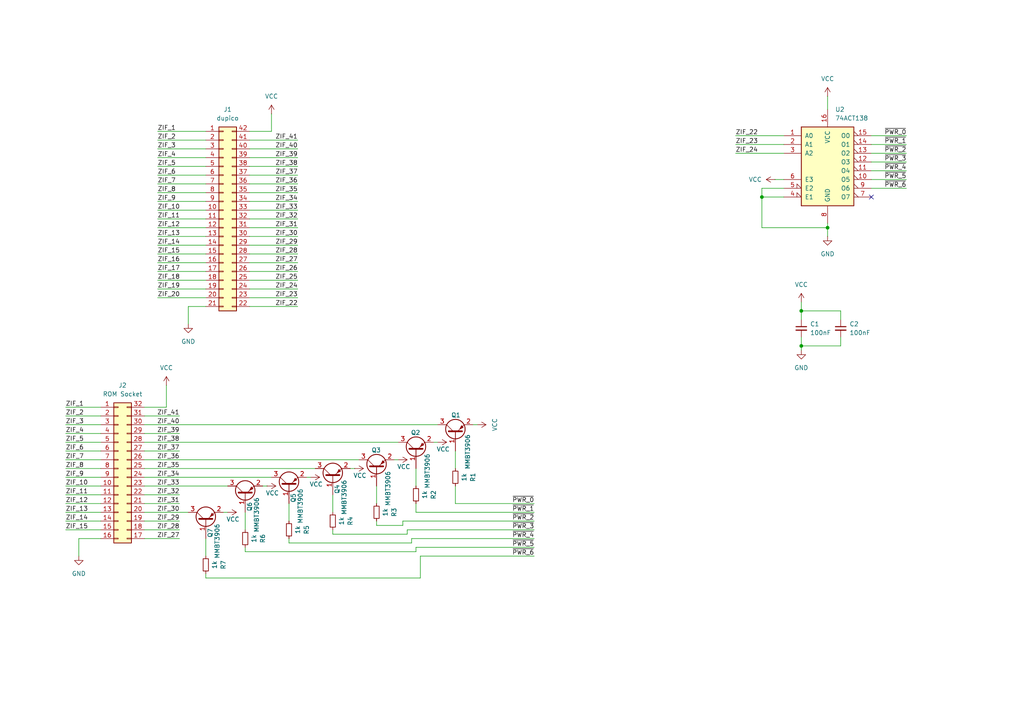
<source format=kicad_sch>
(kicad_sch
	(version 20231120)
	(generator "eeschema")
	(generator_version "8.0")
	(uuid "b47065c5-f2e0-44b0-bc22-77ffc0c38ad4")
	(paper "A4")
	(lib_symbols
		(symbol "74xx:74LS138"
			(pin_names
				(offset 1.016)
			)
			(exclude_from_sim no)
			(in_bom yes)
			(on_board yes)
			(property "Reference" "U"
				(at -7.62 11.43 0)
				(effects
					(font
						(size 1.27 1.27)
					)
				)
			)
			(property "Value" "74LS138"
				(at -7.62 -13.97 0)
				(effects
					(font
						(size 1.27 1.27)
					)
				)
			)
			(property "Footprint" ""
				(at 0 0 0)
				(effects
					(font
						(size 1.27 1.27)
					)
					(hide yes)
				)
			)
			(property "Datasheet" "http://www.ti.com/lit/gpn/sn74LS138"
				(at 0 0 0)
				(effects
					(font
						(size 1.27 1.27)
					)
					(hide yes)
				)
			)
			(property "Description" "Decoder 3 to 8 active low outputs"
				(at 0 0 0)
				(effects
					(font
						(size 1.27 1.27)
					)
					(hide yes)
				)
			)
			(property "ki_locked" ""
				(at 0 0 0)
				(effects
					(font
						(size 1.27 1.27)
					)
				)
			)
			(property "ki_keywords" "TTL DECOD DECOD8"
				(at 0 0 0)
				(effects
					(font
						(size 1.27 1.27)
					)
					(hide yes)
				)
			)
			(property "ki_fp_filters" "DIP?16*"
				(at 0 0 0)
				(effects
					(font
						(size 1.27 1.27)
					)
					(hide yes)
				)
			)
			(symbol "74LS138_1_0"
				(pin input line
					(at -12.7 7.62 0)
					(length 5.08)
					(name "A0"
						(effects
							(font
								(size 1.27 1.27)
							)
						)
					)
					(number "1"
						(effects
							(font
								(size 1.27 1.27)
							)
						)
					)
				)
				(pin output output_low
					(at 12.7 -5.08 180)
					(length 5.08)
					(name "O5"
						(effects
							(font
								(size 1.27 1.27)
							)
						)
					)
					(number "10"
						(effects
							(font
								(size 1.27 1.27)
							)
						)
					)
				)
				(pin output output_low
					(at 12.7 -2.54 180)
					(length 5.08)
					(name "O4"
						(effects
							(font
								(size 1.27 1.27)
							)
						)
					)
					(number "11"
						(effects
							(font
								(size 1.27 1.27)
							)
						)
					)
				)
				(pin output output_low
					(at 12.7 0 180)
					(length 5.08)
					(name "O3"
						(effects
							(font
								(size 1.27 1.27)
							)
						)
					)
					(number "12"
						(effects
							(font
								(size 1.27 1.27)
							)
						)
					)
				)
				(pin output output_low
					(at 12.7 2.54 180)
					(length 5.08)
					(name "O2"
						(effects
							(font
								(size 1.27 1.27)
							)
						)
					)
					(number "13"
						(effects
							(font
								(size 1.27 1.27)
							)
						)
					)
				)
				(pin output output_low
					(at 12.7 5.08 180)
					(length 5.08)
					(name "O1"
						(effects
							(font
								(size 1.27 1.27)
							)
						)
					)
					(number "14"
						(effects
							(font
								(size 1.27 1.27)
							)
						)
					)
				)
				(pin output output_low
					(at 12.7 7.62 180)
					(length 5.08)
					(name "O0"
						(effects
							(font
								(size 1.27 1.27)
							)
						)
					)
					(number "15"
						(effects
							(font
								(size 1.27 1.27)
							)
						)
					)
				)
				(pin power_in line
					(at 0 15.24 270)
					(length 5.08)
					(name "VCC"
						(effects
							(font
								(size 1.27 1.27)
							)
						)
					)
					(number "16"
						(effects
							(font
								(size 1.27 1.27)
							)
						)
					)
				)
				(pin input line
					(at -12.7 5.08 0)
					(length 5.08)
					(name "A1"
						(effects
							(font
								(size 1.27 1.27)
							)
						)
					)
					(number "2"
						(effects
							(font
								(size 1.27 1.27)
							)
						)
					)
				)
				(pin input line
					(at -12.7 2.54 0)
					(length 5.08)
					(name "A2"
						(effects
							(font
								(size 1.27 1.27)
							)
						)
					)
					(number "3"
						(effects
							(font
								(size 1.27 1.27)
							)
						)
					)
				)
				(pin input input_low
					(at -12.7 -10.16 0)
					(length 5.08)
					(name "E1"
						(effects
							(font
								(size 1.27 1.27)
							)
						)
					)
					(number "4"
						(effects
							(font
								(size 1.27 1.27)
							)
						)
					)
				)
				(pin input input_low
					(at -12.7 -7.62 0)
					(length 5.08)
					(name "E2"
						(effects
							(font
								(size 1.27 1.27)
							)
						)
					)
					(number "5"
						(effects
							(font
								(size 1.27 1.27)
							)
						)
					)
				)
				(pin input line
					(at -12.7 -5.08 0)
					(length 5.08)
					(name "E3"
						(effects
							(font
								(size 1.27 1.27)
							)
						)
					)
					(number "6"
						(effects
							(font
								(size 1.27 1.27)
							)
						)
					)
				)
				(pin output output_low
					(at 12.7 -10.16 180)
					(length 5.08)
					(name "O7"
						(effects
							(font
								(size 1.27 1.27)
							)
						)
					)
					(number "7"
						(effects
							(font
								(size 1.27 1.27)
							)
						)
					)
				)
				(pin power_in line
					(at 0 -17.78 90)
					(length 5.08)
					(name "GND"
						(effects
							(font
								(size 1.27 1.27)
							)
						)
					)
					(number "8"
						(effects
							(font
								(size 1.27 1.27)
							)
						)
					)
				)
				(pin output output_low
					(at 12.7 -7.62 180)
					(length 5.08)
					(name "O6"
						(effects
							(font
								(size 1.27 1.27)
							)
						)
					)
					(number "9"
						(effects
							(font
								(size 1.27 1.27)
							)
						)
					)
				)
			)
			(symbol "74LS138_1_1"
				(rectangle
					(start -7.62 10.16)
					(end 7.62 -12.7)
					(stroke
						(width 0.254)
						(type default)
					)
					(fill
						(type background)
					)
				)
			)
		)
		(symbol "Connector_Generic:Conn_02x16_Counter_Clockwise"
			(pin_names
				(offset 1.016) hide)
			(exclude_from_sim no)
			(in_bom yes)
			(on_board yes)
			(property "Reference" "J"
				(at 1.27 20.32 0)
				(effects
					(font
						(size 1.27 1.27)
					)
				)
			)
			(property "Value" "Conn_02x16_Counter_Clockwise"
				(at 1.27 -22.86 0)
				(effects
					(font
						(size 1.27 1.27)
					)
				)
			)
			(property "Footprint" ""
				(at 0 0 0)
				(effects
					(font
						(size 1.27 1.27)
					)
					(hide yes)
				)
			)
			(property "Datasheet" "~"
				(at 0 0 0)
				(effects
					(font
						(size 1.27 1.27)
					)
					(hide yes)
				)
			)
			(property "Description" "Generic connector, double row, 02x16, counter clockwise pin numbering scheme (similar to DIP package numbering), script generated (kicad-library-utils/schlib/autogen/connector/)"
				(at 0 0 0)
				(effects
					(font
						(size 1.27 1.27)
					)
					(hide yes)
				)
			)
			(property "ki_keywords" "connector"
				(at 0 0 0)
				(effects
					(font
						(size 1.27 1.27)
					)
					(hide yes)
				)
			)
			(property "ki_fp_filters" "Connector*:*_2x??_*"
				(at 0 0 0)
				(effects
					(font
						(size 1.27 1.27)
					)
					(hide yes)
				)
			)
			(symbol "Conn_02x16_Counter_Clockwise_1_1"
				(rectangle
					(start -1.27 -20.193)
					(end 0 -20.447)
					(stroke
						(width 0.1524)
						(type default)
					)
					(fill
						(type none)
					)
				)
				(rectangle
					(start -1.27 -17.653)
					(end 0 -17.907)
					(stroke
						(width 0.1524)
						(type default)
					)
					(fill
						(type none)
					)
				)
				(rectangle
					(start -1.27 -15.113)
					(end 0 -15.367)
					(stroke
						(width 0.1524)
						(type default)
					)
					(fill
						(type none)
					)
				)
				(rectangle
					(start -1.27 -12.573)
					(end 0 -12.827)
					(stroke
						(width 0.1524)
						(type default)
					)
					(fill
						(type none)
					)
				)
				(rectangle
					(start -1.27 -10.033)
					(end 0 -10.287)
					(stroke
						(width 0.1524)
						(type default)
					)
					(fill
						(type none)
					)
				)
				(rectangle
					(start -1.27 -7.493)
					(end 0 -7.747)
					(stroke
						(width 0.1524)
						(type default)
					)
					(fill
						(type none)
					)
				)
				(rectangle
					(start -1.27 -4.953)
					(end 0 -5.207)
					(stroke
						(width 0.1524)
						(type default)
					)
					(fill
						(type none)
					)
				)
				(rectangle
					(start -1.27 -2.413)
					(end 0 -2.667)
					(stroke
						(width 0.1524)
						(type default)
					)
					(fill
						(type none)
					)
				)
				(rectangle
					(start -1.27 0.127)
					(end 0 -0.127)
					(stroke
						(width 0.1524)
						(type default)
					)
					(fill
						(type none)
					)
				)
				(rectangle
					(start -1.27 2.667)
					(end 0 2.413)
					(stroke
						(width 0.1524)
						(type default)
					)
					(fill
						(type none)
					)
				)
				(rectangle
					(start -1.27 5.207)
					(end 0 4.953)
					(stroke
						(width 0.1524)
						(type default)
					)
					(fill
						(type none)
					)
				)
				(rectangle
					(start -1.27 7.747)
					(end 0 7.493)
					(stroke
						(width 0.1524)
						(type default)
					)
					(fill
						(type none)
					)
				)
				(rectangle
					(start -1.27 10.287)
					(end 0 10.033)
					(stroke
						(width 0.1524)
						(type default)
					)
					(fill
						(type none)
					)
				)
				(rectangle
					(start -1.27 12.827)
					(end 0 12.573)
					(stroke
						(width 0.1524)
						(type default)
					)
					(fill
						(type none)
					)
				)
				(rectangle
					(start -1.27 15.367)
					(end 0 15.113)
					(stroke
						(width 0.1524)
						(type default)
					)
					(fill
						(type none)
					)
				)
				(rectangle
					(start -1.27 17.907)
					(end 0 17.653)
					(stroke
						(width 0.1524)
						(type default)
					)
					(fill
						(type none)
					)
				)
				(rectangle
					(start -1.27 19.05)
					(end 3.81 -21.59)
					(stroke
						(width 0.254)
						(type default)
					)
					(fill
						(type background)
					)
				)
				(rectangle
					(start 3.81 -20.193)
					(end 2.54 -20.447)
					(stroke
						(width 0.1524)
						(type default)
					)
					(fill
						(type none)
					)
				)
				(rectangle
					(start 3.81 -17.653)
					(end 2.54 -17.907)
					(stroke
						(width 0.1524)
						(type default)
					)
					(fill
						(type none)
					)
				)
				(rectangle
					(start 3.81 -15.113)
					(end 2.54 -15.367)
					(stroke
						(width 0.1524)
						(type default)
					)
					(fill
						(type none)
					)
				)
				(rectangle
					(start 3.81 -12.573)
					(end 2.54 -12.827)
					(stroke
						(width 0.1524)
						(type default)
					)
					(fill
						(type none)
					)
				)
				(rectangle
					(start 3.81 -10.033)
					(end 2.54 -10.287)
					(stroke
						(width 0.1524)
						(type default)
					)
					(fill
						(type none)
					)
				)
				(rectangle
					(start 3.81 -7.493)
					(end 2.54 -7.747)
					(stroke
						(width 0.1524)
						(type default)
					)
					(fill
						(type none)
					)
				)
				(rectangle
					(start 3.81 -4.953)
					(end 2.54 -5.207)
					(stroke
						(width 0.1524)
						(type default)
					)
					(fill
						(type none)
					)
				)
				(rectangle
					(start 3.81 -2.413)
					(end 2.54 -2.667)
					(stroke
						(width 0.1524)
						(type default)
					)
					(fill
						(type none)
					)
				)
				(rectangle
					(start 3.81 0.127)
					(end 2.54 -0.127)
					(stroke
						(width 0.1524)
						(type default)
					)
					(fill
						(type none)
					)
				)
				(rectangle
					(start 3.81 2.667)
					(end 2.54 2.413)
					(stroke
						(width 0.1524)
						(type default)
					)
					(fill
						(type none)
					)
				)
				(rectangle
					(start 3.81 5.207)
					(end 2.54 4.953)
					(stroke
						(width 0.1524)
						(type default)
					)
					(fill
						(type none)
					)
				)
				(rectangle
					(start 3.81 7.747)
					(end 2.54 7.493)
					(stroke
						(width 0.1524)
						(type default)
					)
					(fill
						(type none)
					)
				)
				(rectangle
					(start 3.81 10.287)
					(end 2.54 10.033)
					(stroke
						(width 0.1524)
						(type default)
					)
					(fill
						(type none)
					)
				)
				(rectangle
					(start 3.81 12.827)
					(end 2.54 12.573)
					(stroke
						(width 0.1524)
						(type default)
					)
					(fill
						(type none)
					)
				)
				(rectangle
					(start 3.81 15.367)
					(end 2.54 15.113)
					(stroke
						(width 0.1524)
						(type default)
					)
					(fill
						(type none)
					)
				)
				(rectangle
					(start 3.81 17.907)
					(end 2.54 17.653)
					(stroke
						(width 0.1524)
						(type default)
					)
					(fill
						(type none)
					)
				)
				(pin passive line
					(at -5.08 17.78 0)
					(length 3.81)
					(name "Pin_1"
						(effects
							(font
								(size 1.27 1.27)
							)
						)
					)
					(number "1"
						(effects
							(font
								(size 1.27 1.27)
							)
						)
					)
				)
				(pin passive line
					(at -5.08 -5.08 0)
					(length 3.81)
					(name "Pin_10"
						(effects
							(font
								(size 1.27 1.27)
							)
						)
					)
					(number "10"
						(effects
							(font
								(size 1.27 1.27)
							)
						)
					)
				)
				(pin passive line
					(at -5.08 -7.62 0)
					(length 3.81)
					(name "Pin_11"
						(effects
							(font
								(size 1.27 1.27)
							)
						)
					)
					(number "11"
						(effects
							(font
								(size 1.27 1.27)
							)
						)
					)
				)
				(pin passive line
					(at -5.08 -10.16 0)
					(length 3.81)
					(name "Pin_12"
						(effects
							(font
								(size 1.27 1.27)
							)
						)
					)
					(number "12"
						(effects
							(font
								(size 1.27 1.27)
							)
						)
					)
				)
				(pin passive line
					(at -5.08 -12.7 0)
					(length 3.81)
					(name "Pin_13"
						(effects
							(font
								(size 1.27 1.27)
							)
						)
					)
					(number "13"
						(effects
							(font
								(size 1.27 1.27)
							)
						)
					)
				)
				(pin passive line
					(at -5.08 -15.24 0)
					(length 3.81)
					(name "Pin_14"
						(effects
							(font
								(size 1.27 1.27)
							)
						)
					)
					(number "14"
						(effects
							(font
								(size 1.27 1.27)
							)
						)
					)
				)
				(pin passive line
					(at -5.08 -17.78 0)
					(length 3.81)
					(name "Pin_15"
						(effects
							(font
								(size 1.27 1.27)
							)
						)
					)
					(number "15"
						(effects
							(font
								(size 1.27 1.27)
							)
						)
					)
				)
				(pin passive line
					(at -5.08 -20.32 0)
					(length 3.81)
					(name "Pin_16"
						(effects
							(font
								(size 1.27 1.27)
							)
						)
					)
					(number "16"
						(effects
							(font
								(size 1.27 1.27)
							)
						)
					)
				)
				(pin passive line
					(at 7.62 -20.32 180)
					(length 3.81)
					(name "Pin_17"
						(effects
							(font
								(size 1.27 1.27)
							)
						)
					)
					(number "17"
						(effects
							(font
								(size 1.27 1.27)
							)
						)
					)
				)
				(pin passive line
					(at 7.62 -17.78 180)
					(length 3.81)
					(name "Pin_18"
						(effects
							(font
								(size 1.27 1.27)
							)
						)
					)
					(number "18"
						(effects
							(font
								(size 1.27 1.27)
							)
						)
					)
				)
				(pin passive line
					(at 7.62 -15.24 180)
					(length 3.81)
					(name "Pin_19"
						(effects
							(font
								(size 1.27 1.27)
							)
						)
					)
					(number "19"
						(effects
							(font
								(size 1.27 1.27)
							)
						)
					)
				)
				(pin passive line
					(at -5.08 15.24 0)
					(length 3.81)
					(name "Pin_2"
						(effects
							(font
								(size 1.27 1.27)
							)
						)
					)
					(number "2"
						(effects
							(font
								(size 1.27 1.27)
							)
						)
					)
				)
				(pin passive line
					(at 7.62 -12.7 180)
					(length 3.81)
					(name "Pin_20"
						(effects
							(font
								(size 1.27 1.27)
							)
						)
					)
					(number "20"
						(effects
							(font
								(size 1.27 1.27)
							)
						)
					)
				)
				(pin passive line
					(at 7.62 -10.16 180)
					(length 3.81)
					(name "Pin_21"
						(effects
							(font
								(size 1.27 1.27)
							)
						)
					)
					(number "21"
						(effects
							(font
								(size 1.27 1.27)
							)
						)
					)
				)
				(pin passive line
					(at 7.62 -7.62 180)
					(length 3.81)
					(name "Pin_22"
						(effects
							(font
								(size 1.27 1.27)
							)
						)
					)
					(number "22"
						(effects
							(font
								(size 1.27 1.27)
							)
						)
					)
				)
				(pin passive line
					(at 7.62 -5.08 180)
					(length 3.81)
					(name "Pin_23"
						(effects
							(font
								(size 1.27 1.27)
							)
						)
					)
					(number "23"
						(effects
							(font
								(size 1.27 1.27)
							)
						)
					)
				)
				(pin passive line
					(at 7.62 -2.54 180)
					(length 3.81)
					(name "Pin_24"
						(effects
							(font
								(size 1.27 1.27)
							)
						)
					)
					(number "24"
						(effects
							(font
								(size 1.27 1.27)
							)
						)
					)
				)
				(pin passive line
					(at 7.62 0 180)
					(length 3.81)
					(name "Pin_25"
						(effects
							(font
								(size 1.27 1.27)
							)
						)
					)
					(number "25"
						(effects
							(font
								(size 1.27 1.27)
							)
						)
					)
				)
				(pin passive line
					(at 7.62 2.54 180)
					(length 3.81)
					(name "Pin_26"
						(effects
							(font
								(size 1.27 1.27)
							)
						)
					)
					(number "26"
						(effects
							(font
								(size 1.27 1.27)
							)
						)
					)
				)
				(pin passive line
					(at 7.62 5.08 180)
					(length 3.81)
					(name "Pin_27"
						(effects
							(font
								(size 1.27 1.27)
							)
						)
					)
					(number "27"
						(effects
							(font
								(size 1.27 1.27)
							)
						)
					)
				)
				(pin passive line
					(at 7.62 7.62 180)
					(length 3.81)
					(name "Pin_28"
						(effects
							(font
								(size 1.27 1.27)
							)
						)
					)
					(number "28"
						(effects
							(font
								(size 1.27 1.27)
							)
						)
					)
				)
				(pin passive line
					(at 7.62 10.16 180)
					(length 3.81)
					(name "Pin_29"
						(effects
							(font
								(size 1.27 1.27)
							)
						)
					)
					(number "29"
						(effects
							(font
								(size 1.27 1.27)
							)
						)
					)
				)
				(pin passive line
					(at -5.08 12.7 0)
					(length 3.81)
					(name "Pin_3"
						(effects
							(font
								(size 1.27 1.27)
							)
						)
					)
					(number "3"
						(effects
							(font
								(size 1.27 1.27)
							)
						)
					)
				)
				(pin passive line
					(at 7.62 12.7 180)
					(length 3.81)
					(name "Pin_30"
						(effects
							(font
								(size 1.27 1.27)
							)
						)
					)
					(number "30"
						(effects
							(font
								(size 1.27 1.27)
							)
						)
					)
				)
				(pin passive line
					(at 7.62 15.24 180)
					(length 3.81)
					(name "Pin_31"
						(effects
							(font
								(size 1.27 1.27)
							)
						)
					)
					(number "31"
						(effects
							(font
								(size 1.27 1.27)
							)
						)
					)
				)
				(pin passive line
					(at 7.62 17.78 180)
					(length 3.81)
					(name "Pin_32"
						(effects
							(font
								(size 1.27 1.27)
							)
						)
					)
					(number "32"
						(effects
							(font
								(size 1.27 1.27)
							)
						)
					)
				)
				(pin passive line
					(at -5.08 10.16 0)
					(length 3.81)
					(name "Pin_4"
						(effects
							(font
								(size 1.27 1.27)
							)
						)
					)
					(number "4"
						(effects
							(font
								(size 1.27 1.27)
							)
						)
					)
				)
				(pin passive line
					(at -5.08 7.62 0)
					(length 3.81)
					(name "Pin_5"
						(effects
							(font
								(size 1.27 1.27)
							)
						)
					)
					(number "5"
						(effects
							(font
								(size 1.27 1.27)
							)
						)
					)
				)
				(pin passive line
					(at -5.08 5.08 0)
					(length 3.81)
					(name "Pin_6"
						(effects
							(font
								(size 1.27 1.27)
							)
						)
					)
					(number "6"
						(effects
							(font
								(size 1.27 1.27)
							)
						)
					)
				)
				(pin passive line
					(at -5.08 2.54 0)
					(length 3.81)
					(name "Pin_7"
						(effects
							(font
								(size 1.27 1.27)
							)
						)
					)
					(number "7"
						(effects
							(font
								(size 1.27 1.27)
							)
						)
					)
				)
				(pin passive line
					(at -5.08 0 0)
					(length 3.81)
					(name "Pin_8"
						(effects
							(font
								(size 1.27 1.27)
							)
						)
					)
					(number "8"
						(effects
							(font
								(size 1.27 1.27)
							)
						)
					)
				)
				(pin passive line
					(at -5.08 -2.54 0)
					(length 3.81)
					(name "Pin_9"
						(effects
							(font
								(size 1.27 1.27)
							)
						)
					)
					(number "9"
						(effects
							(font
								(size 1.27 1.27)
							)
						)
					)
				)
			)
		)
		(symbol "Connector_Generic:Conn_02x21_Counter_Clockwise"
			(pin_names
				(offset 1.016) hide)
			(exclude_from_sim no)
			(in_bom yes)
			(on_board yes)
			(property "Reference" "J"
				(at 1.27 27.94 0)
				(effects
					(font
						(size 1.27 1.27)
					)
				)
			)
			(property "Value" "Conn_02x21_Counter_Clockwise"
				(at 1.27 -27.94 0)
				(effects
					(font
						(size 1.27 1.27)
					)
				)
			)
			(property "Footprint" ""
				(at 0 0 0)
				(effects
					(font
						(size 1.27 1.27)
					)
					(hide yes)
				)
			)
			(property "Datasheet" "~"
				(at 0 0 0)
				(effects
					(font
						(size 1.27 1.27)
					)
					(hide yes)
				)
			)
			(property "Description" "Generic connector, double row, 02x21, counter clockwise pin numbering scheme (similar to DIP package numbering), script generated (kicad-library-utils/schlib/autogen/connector/)"
				(at 0 0 0)
				(effects
					(font
						(size 1.27 1.27)
					)
					(hide yes)
				)
			)
			(property "ki_keywords" "connector"
				(at 0 0 0)
				(effects
					(font
						(size 1.27 1.27)
					)
					(hide yes)
				)
			)
			(property "ki_fp_filters" "Connector*:*_2x??_*"
				(at 0 0 0)
				(effects
					(font
						(size 1.27 1.27)
					)
					(hide yes)
				)
			)
			(symbol "Conn_02x21_Counter_Clockwise_1_1"
				(rectangle
					(start -1.27 -25.273)
					(end 0 -25.527)
					(stroke
						(width 0.1524)
						(type default)
					)
					(fill
						(type none)
					)
				)
				(rectangle
					(start -1.27 -22.733)
					(end 0 -22.987)
					(stroke
						(width 0.1524)
						(type default)
					)
					(fill
						(type none)
					)
				)
				(rectangle
					(start -1.27 -20.193)
					(end 0 -20.447)
					(stroke
						(width 0.1524)
						(type default)
					)
					(fill
						(type none)
					)
				)
				(rectangle
					(start -1.27 -17.653)
					(end 0 -17.907)
					(stroke
						(width 0.1524)
						(type default)
					)
					(fill
						(type none)
					)
				)
				(rectangle
					(start -1.27 -15.113)
					(end 0 -15.367)
					(stroke
						(width 0.1524)
						(type default)
					)
					(fill
						(type none)
					)
				)
				(rectangle
					(start -1.27 -12.573)
					(end 0 -12.827)
					(stroke
						(width 0.1524)
						(type default)
					)
					(fill
						(type none)
					)
				)
				(rectangle
					(start -1.27 -10.033)
					(end 0 -10.287)
					(stroke
						(width 0.1524)
						(type default)
					)
					(fill
						(type none)
					)
				)
				(rectangle
					(start -1.27 -7.493)
					(end 0 -7.747)
					(stroke
						(width 0.1524)
						(type default)
					)
					(fill
						(type none)
					)
				)
				(rectangle
					(start -1.27 -4.953)
					(end 0 -5.207)
					(stroke
						(width 0.1524)
						(type default)
					)
					(fill
						(type none)
					)
				)
				(rectangle
					(start -1.27 -2.413)
					(end 0 -2.667)
					(stroke
						(width 0.1524)
						(type default)
					)
					(fill
						(type none)
					)
				)
				(rectangle
					(start -1.27 0.127)
					(end 0 -0.127)
					(stroke
						(width 0.1524)
						(type default)
					)
					(fill
						(type none)
					)
				)
				(rectangle
					(start -1.27 2.667)
					(end 0 2.413)
					(stroke
						(width 0.1524)
						(type default)
					)
					(fill
						(type none)
					)
				)
				(rectangle
					(start -1.27 5.207)
					(end 0 4.953)
					(stroke
						(width 0.1524)
						(type default)
					)
					(fill
						(type none)
					)
				)
				(rectangle
					(start -1.27 7.747)
					(end 0 7.493)
					(stroke
						(width 0.1524)
						(type default)
					)
					(fill
						(type none)
					)
				)
				(rectangle
					(start -1.27 10.287)
					(end 0 10.033)
					(stroke
						(width 0.1524)
						(type default)
					)
					(fill
						(type none)
					)
				)
				(rectangle
					(start -1.27 12.827)
					(end 0 12.573)
					(stroke
						(width 0.1524)
						(type default)
					)
					(fill
						(type none)
					)
				)
				(rectangle
					(start -1.27 15.367)
					(end 0 15.113)
					(stroke
						(width 0.1524)
						(type default)
					)
					(fill
						(type none)
					)
				)
				(rectangle
					(start -1.27 17.907)
					(end 0 17.653)
					(stroke
						(width 0.1524)
						(type default)
					)
					(fill
						(type none)
					)
				)
				(rectangle
					(start -1.27 20.447)
					(end 0 20.193)
					(stroke
						(width 0.1524)
						(type default)
					)
					(fill
						(type none)
					)
				)
				(rectangle
					(start -1.27 22.987)
					(end 0 22.733)
					(stroke
						(width 0.1524)
						(type default)
					)
					(fill
						(type none)
					)
				)
				(rectangle
					(start -1.27 25.527)
					(end 0 25.273)
					(stroke
						(width 0.1524)
						(type default)
					)
					(fill
						(type none)
					)
				)
				(rectangle
					(start -1.27 26.67)
					(end 3.81 -26.67)
					(stroke
						(width 0.254)
						(type default)
					)
					(fill
						(type background)
					)
				)
				(rectangle
					(start 3.81 -25.273)
					(end 2.54 -25.527)
					(stroke
						(width 0.1524)
						(type default)
					)
					(fill
						(type none)
					)
				)
				(rectangle
					(start 3.81 -22.733)
					(end 2.54 -22.987)
					(stroke
						(width 0.1524)
						(type default)
					)
					(fill
						(type none)
					)
				)
				(rectangle
					(start 3.81 -20.193)
					(end 2.54 -20.447)
					(stroke
						(width 0.1524)
						(type default)
					)
					(fill
						(type none)
					)
				)
				(rectangle
					(start 3.81 -17.653)
					(end 2.54 -17.907)
					(stroke
						(width 0.1524)
						(type default)
					)
					(fill
						(type none)
					)
				)
				(rectangle
					(start 3.81 -15.113)
					(end 2.54 -15.367)
					(stroke
						(width 0.1524)
						(type default)
					)
					(fill
						(type none)
					)
				)
				(rectangle
					(start 3.81 -12.573)
					(end 2.54 -12.827)
					(stroke
						(width 0.1524)
						(type default)
					)
					(fill
						(type none)
					)
				)
				(rectangle
					(start 3.81 -10.033)
					(end 2.54 -10.287)
					(stroke
						(width 0.1524)
						(type default)
					)
					(fill
						(type none)
					)
				)
				(rectangle
					(start 3.81 -7.493)
					(end 2.54 -7.747)
					(stroke
						(width 0.1524)
						(type default)
					)
					(fill
						(type none)
					)
				)
				(rectangle
					(start 3.81 -4.953)
					(end 2.54 -5.207)
					(stroke
						(width 0.1524)
						(type default)
					)
					(fill
						(type none)
					)
				)
				(rectangle
					(start 3.81 -2.413)
					(end 2.54 -2.667)
					(stroke
						(width 0.1524)
						(type default)
					)
					(fill
						(type none)
					)
				)
				(rectangle
					(start 3.81 0.127)
					(end 2.54 -0.127)
					(stroke
						(width 0.1524)
						(type default)
					)
					(fill
						(type none)
					)
				)
				(rectangle
					(start 3.81 2.667)
					(end 2.54 2.413)
					(stroke
						(width 0.1524)
						(type default)
					)
					(fill
						(type none)
					)
				)
				(rectangle
					(start 3.81 5.207)
					(end 2.54 4.953)
					(stroke
						(width 0.1524)
						(type default)
					)
					(fill
						(type none)
					)
				)
				(rectangle
					(start 3.81 7.747)
					(end 2.54 7.493)
					(stroke
						(width 0.1524)
						(type default)
					)
					(fill
						(type none)
					)
				)
				(rectangle
					(start 3.81 10.287)
					(end 2.54 10.033)
					(stroke
						(width 0.1524)
						(type default)
					)
					(fill
						(type none)
					)
				)
				(rectangle
					(start 3.81 12.827)
					(end 2.54 12.573)
					(stroke
						(width 0.1524)
						(type default)
					)
					(fill
						(type none)
					)
				)
				(rectangle
					(start 3.81 15.367)
					(end 2.54 15.113)
					(stroke
						(width 0.1524)
						(type default)
					)
					(fill
						(type none)
					)
				)
				(rectangle
					(start 3.81 17.907)
					(end 2.54 17.653)
					(stroke
						(width 0.1524)
						(type default)
					)
					(fill
						(type none)
					)
				)
				(rectangle
					(start 3.81 20.447)
					(end 2.54 20.193)
					(stroke
						(width 0.1524)
						(type default)
					)
					(fill
						(type none)
					)
				)
				(rectangle
					(start 3.81 22.987)
					(end 2.54 22.733)
					(stroke
						(width 0.1524)
						(type default)
					)
					(fill
						(type none)
					)
				)
				(rectangle
					(start 3.81 25.527)
					(end 2.54 25.273)
					(stroke
						(width 0.1524)
						(type default)
					)
					(fill
						(type none)
					)
				)
				(pin passive line
					(at -5.08 25.4 0)
					(length 3.81)
					(name "Pin_1"
						(effects
							(font
								(size 1.27 1.27)
							)
						)
					)
					(number "1"
						(effects
							(font
								(size 1.27 1.27)
							)
						)
					)
				)
				(pin passive line
					(at -5.08 2.54 0)
					(length 3.81)
					(name "Pin_10"
						(effects
							(font
								(size 1.27 1.27)
							)
						)
					)
					(number "10"
						(effects
							(font
								(size 1.27 1.27)
							)
						)
					)
				)
				(pin passive line
					(at -5.08 0 0)
					(length 3.81)
					(name "Pin_11"
						(effects
							(font
								(size 1.27 1.27)
							)
						)
					)
					(number "11"
						(effects
							(font
								(size 1.27 1.27)
							)
						)
					)
				)
				(pin passive line
					(at -5.08 -2.54 0)
					(length 3.81)
					(name "Pin_12"
						(effects
							(font
								(size 1.27 1.27)
							)
						)
					)
					(number "12"
						(effects
							(font
								(size 1.27 1.27)
							)
						)
					)
				)
				(pin passive line
					(at -5.08 -5.08 0)
					(length 3.81)
					(name "Pin_13"
						(effects
							(font
								(size 1.27 1.27)
							)
						)
					)
					(number "13"
						(effects
							(font
								(size 1.27 1.27)
							)
						)
					)
				)
				(pin passive line
					(at -5.08 -7.62 0)
					(length 3.81)
					(name "Pin_14"
						(effects
							(font
								(size 1.27 1.27)
							)
						)
					)
					(number "14"
						(effects
							(font
								(size 1.27 1.27)
							)
						)
					)
				)
				(pin passive line
					(at -5.08 -10.16 0)
					(length 3.81)
					(name "Pin_15"
						(effects
							(font
								(size 1.27 1.27)
							)
						)
					)
					(number "15"
						(effects
							(font
								(size 1.27 1.27)
							)
						)
					)
				)
				(pin passive line
					(at -5.08 -12.7 0)
					(length 3.81)
					(name "Pin_16"
						(effects
							(font
								(size 1.27 1.27)
							)
						)
					)
					(number "16"
						(effects
							(font
								(size 1.27 1.27)
							)
						)
					)
				)
				(pin passive line
					(at -5.08 -15.24 0)
					(length 3.81)
					(name "Pin_17"
						(effects
							(font
								(size 1.27 1.27)
							)
						)
					)
					(number "17"
						(effects
							(font
								(size 1.27 1.27)
							)
						)
					)
				)
				(pin passive line
					(at -5.08 -17.78 0)
					(length 3.81)
					(name "Pin_18"
						(effects
							(font
								(size 1.27 1.27)
							)
						)
					)
					(number "18"
						(effects
							(font
								(size 1.27 1.27)
							)
						)
					)
				)
				(pin passive line
					(at -5.08 -20.32 0)
					(length 3.81)
					(name "Pin_19"
						(effects
							(font
								(size 1.27 1.27)
							)
						)
					)
					(number "19"
						(effects
							(font
								(size 1.27 1.27)
							)
						)
					)
				)
				(pin passive line
					(at -5.08 22.86 0)
					(length 3.81)
					(name "Pin_2"
						(effects
							(font
								(size 1.27 1.27)
							)
						)
					)
					(number "2"
						(effects
							(font
								(size 1.27 1.27)
							)
						)
					)
				)
				(pin passive line
					(at -5.08 -22.86 0)
					(length 3.81)
					(name "Pin_20"
						(effects
							(font
								(size 1.27 1.27)
							)
						)
					)
					(number "20"
						(effects
							(font
								(size 1.27 1.27)
							)
						)
					)
				)
				(pin passive line
					(at -5.08 -25.4 0)
					(length 3.81)
					(name "Pin_21"
						(effects
							(font
								(size 1.27 1.27)
							)
						)
					)
					(number "21"
						(effects
							(font
								(size 1.27 1.27)
							)
						)
					)
				)
				(pin passive line
					(at 7.62 -25.4 180)
					(length 3.81)
					(name "Pin_22"
						(effects
							(font
								(size 1.27 1.27)
							)
						)
					)
					(number "22"
						(effects
							(font
								(size 1.27 1.27)
							)
						)
					)
				)
				(pin passive line
					(at 7.62 -22.86 180)
					(length 3.81)
					(name "Pin_23"
						(effects
							(font
								(size 1.27 1.27)
							)
						)
					)
					(number "23"
						(effects
							(font
								(size 1.27 1.27)
							)
						)
					)
				)
				(pin passive line
					(at 7.62 -20.32 180)
					(length 3.81)
					(name "Pin_24"
						(effects
							(font
								(size 1.27 1.27)
							)
						)
					)
					(number "24"
						(effects
							(font
								(size 1.27 1.27)
							)
						)
					)
				)
				(pin passive line
					(at 7.62 -17.78 180)
					(length 3.81)
					(name "Pin_25"
						(effects
							(font
								(size 1.27 1.27)
							)
						)
					)
					(number "25"
						(effects
							(font
								(size 1.27 1.27)
							)
						)
					)
				)
				(pin passive line
					(at 7.62 -15.24 180)
					(length 3.81)
					(name "Pin_26"
						(effects
							(font
								(size 1.27 1.27)
							)
						)
					)
					(number "26"
						(effects
							(font
								(size 1.27 1.27)
							)
						)
					)
				)
				(pin passive line
					(at 7.62 -12.7 180)
					(length 3.81)
					(name "Pin_27"
						(effects
							(font
								(size 1.27 1.27)
							)
						)
					)
					(number "27"
						(effects
							(font
								(size 1.27 1.27)
							)
						)
					)
				)
				(pin passive line
					(at 7.62 -10.16 180)
					(length 3.81)
					(name "Pin_28"
						(effects
							(font
								(size 1.27 1.27)
							)
						)
					)
					(number "28"
						(effects
							(font
								(size 1.27 1.27)
							)
						)
					)
				)
				(pin passive line
					(at 7.62 -7.62 180)
					(length 3.81)
					(name "Pin_29"
						(effects
							(font
								(size 1.27 1.27)
							)
						)
					)
					(number "29"
						(effects
							(font
								(size 1.27 1.27)
							)
						)
					)
				)
				(pin passive line
					(at -5.08 20.32 0)
					(length 3.81)
					(name "Pin_3"
						(effects
							(font
								(size 1.27 1.27)
							)
						)
					)
					(number "3"
						(effects
							(font
								(size 1.27 1.27)
							)
						)
					)
				)
				(pin passive line
					(at 7.62 -5.08 180)
					(length 3.81)
					(name "Pin_30"
						(effects
							(font
								(size 1.27 1.27)
							)
						)
					)
					(number "30"
						(effects
							(font
								(size 1.27 1.27)
							)
						)
					)
				)
				(pin passive line
					(at 7.62 -2.54 180)
					(length 3.81)
					(name "Pin_31"
						(effects
							(font
								(size 1.27 1.27)
							)
						)
					)
					(number "31"
						(effects
							(font
								(size 1.27 1.27)
							)
						)
					)
				)
				(pin passive line
					(at 7.62 0 180)
					(length 3.81)
					(name "Pin_32"
						(effects
							(font
								(size 1.27 1.27)
							)
						)
					)
					(number "32"
						(effects
							(font
								(size 1.27 1.27)
							)
						)
					)
				)
				(pin passive line
					(at 7.62 2.54 180)
					(length 3.81)
					(name "Pin_33"
						(effects
							(font
								(size 1.27 1.27)
							)
						)
					)
					(number "33"
						(effects
							(font
								(size 1.27 1.27)
							)
						)
					)
				)
				(pin passive line
					(at 7.62 5.08 180)
					(length 3.81)
					(name "Pin_34"
						(effects
							(font
								(size 1.27 1.27)
							)
						)
					)
					(number "34"
						(effects
							(font
								(size 1.27 1.27)
							)
						)
					)
				)
				(pin passive line
					(at 7.62 7.62 180)
					(length 3.81)
					(name "Pin_35"
						(effects
							(font
								(size 1.27 1.27)
							)
						)
					)
					(number "35"
						(effects
							(font
								(size 1.27 1.27)
							)
						)
					)
				)
				(pin passive line
					(at 7.62 10.16 180)
					(length 3.81)
					(name "Pin_36"
						(effects
							(font
								(size 1.27 1.27)
							)
						)
					)
					(number "36"
						(effects
							(font
								(size 1.27 1.27)
							)
						)
					)
				)
				(pin passive line
					(at 7.62 12.7 180)
					(length 3.81)
					(name "Pin_37"
						(effects
							(font
								(size 1.27 1.27)
							)
						)
					)
					(number "37"
						(effects
							(font
								(size 1.27 1.27)
							)
						)
					)
				)
				(pin passive line
					(at 7.62 15.24 180)
					(length 3.81)
					(name "Pin_38"
						(effects
							(font
								(size 1.27 1.27)
							)
						)
					)
					(number "38"
						(effects
							(font
								(size 1.27 1.27)
							)
						)
					)
				)
				(pin passive line
					(at 7.62 17.78 180)
					(length 3.81)
					(name "Pin_39"
						(effects
							(font
								(size 1.27 1.27)
							)
						)
					)
					(number "39"
						(effects
							(font
								(size 1.27 1.27)
							)
						)
					)
				)
				(pin passive line
					(at -5.08 17.78 0)
					(length 3.81)
					(name "Pin_4"
						(effects
							(font
								(size 1.27 1.27)
							)
						)
					)
					(number "4"
						(effects
							(font
								(size 1.27 1.27)
							)
						)
					)
				)
				(pin passive line
					(at 7.62 20.32 180)
					(length 3.81)
					(name "Pin_40"
						(effects
							(font
								(size 1.27 1.27)
							)
						)
					)
					(number "40"
						(effects
							(font
								(size 1.27 1.27)
							)
						)
					)
				)
				(pin passive line
					(at 7.62 22.86 180)
					(length 3.81)
					(name "Pin_41"
						(effects
							(font
								(size 1.27 1.27)
							)
						)
					)
					(number "41"
						(effects
							(font
								(size 1.27 1.27)
							)
						)
					)
				)
				(pin passive line
					(at 7.62 25.4 180)
					(length 3.81)
					(name "Pin_42"
						(effects
							(font
								(size 1.27 1.27)
							)
						)
					)
					(number "42"
						(effects
							(font
								(size 1.27 1.27)
							)
						)
					)
				)
				(pin passive line
					(at -5.08 15.24 0)
					(length 3.81)
					(name "Pin_5"
						(effects
							(font
								(size 1.27 1.27)
							)
						)
					)
					(number "5"
						(effects
							(font
								(size 1.27 1.27)
							)
						)
					)
				)
				(pin passive line
					(at -5.08 12.7 0)
					(length 3.81)
					(name "Pin_6"
						(effects
							(font
								(size 1.27 1.27)
							)
						)
					)
					(number "6"
						(effects
							(font
								(size 1.27 1.27)
							)
						)
					)
				)
				(pin passive line
					(at -5.08 10.16 0)
					(length 3.81)
					(name "Pin_7"
						(effects
							(font
								(size 1.27 1.27)
							)
						)
					)
					(number "7"
						(effects
							(font
								(size 1.27 1.27)
							)
						)
					)
				)
				(pin passive line
					(at -5.08 7.62 0)
					(length 3.81)
					(name "Pin_8"
						(effects
							(font
								(size 1.27 1.27)
							)
						)
					)
					(number "8"
						(effects
							(font
								(size 1.27 1.27)
							)
						)
					)
				)
				(pin passive line
					(at -5.08 5.08 0)
					(length 3.81)
					(name "Pin_9"
						(effects
							(font
								(size 1.27 1.27)
							)
						)
					)
					(number "9"
						(effects
							(font
								(size 1.27 1.27)
							)
						)
					)
				)
			)
		)
		(symbol "Device:C_Small"
			(pin_numbers hide)
			(pin_names
				(offset 0.254) hide)
			(exclude_from_sim no)
			(in_bom yes)
			(on_board yes)
			(property "Reference" "C"
				(at 0.254 1.778 0)
				(effects
					(font
						(size 1.27 1.27)
					)
					(justify left)
				)
			)
			(property "Value" "C_Small"
				(at 0.254 -2.032 0)
				(effects
					(font
						(size 1.27 1.27)
					)
					(justify left)
				)
			)
			(property "Footprint" ""
				(at 0 0 0)
				(effects
					(font
						(size 1.27 1.27)
					)
					(hide yes)
				)
			)
			(property "Datasheet" "~"
				(at 0 0 0)
				(effects
					(font
						(size 1.27 1.27)
					)
					(hide yes)
				)
			)
			(property "Description" "Unpolarized capacitor, small symbol"
				(at 0 0 0)
				(effects
					(font
						(size 1.27 1.27)
					)
					(hide yes)
				)
			)
			(property "ki_keywords" "capacitor cap"
				(at 0 0 0)
				(effects
					(font
						(size 1.27 1.27)
					)
					(hide yes)
				)
			)
			(property "ki_fp_filters" "C_*"
				(at 0 0 0)
				(effects
					(font
						(size 1.27 1.27)
					)
					(hide yes)
				)
			)
			(symbol "C_Small_0_1"
				(polyline
					(pts
						(xy -1.524 -0.508) (xy 1.524 -0.508)
					)
					(stroke
						(width 0.3302)
						(type default)
					)
					(fill
						(type none)
					)
				)
				(polyline
					(pts
						(xy -1.524 0.508) (xy 1.524 0.508)
					)
					(stroke
						(width 0.3048)
						(type default)
					)
					(fill
						(type none)
					)
				)
			)
			(symbol "C_Small_1_1"
				(pin passive line
					(at 0 2.54 270)
					(length 2.032)
					(name "~"
						(effects
							(font
								(size 1.27 1.27)
							)
						)
					)
					(number "1"
						(effects
							(font
								(size 1.27 1.27)
							)
						)
					)
				)
				(pin passive line
					(at 0 -2.54 90)
					(length 2.032)
					(name "~"
						(effects
							(font
								(size 1.27 1.27)
							)
						)
					)
					(number "2"
						(effects
							(font
								(size 1.27 1.27)
							)
						)
					)
				)
			)
		)
		(symbol "Device:R_Small"
			(pin_numbers hide)
			(pin_names
				(offset 0.254) hide)
			(exclude_from_sim no)
			(in_bom yes)
			(on_board yes)
			(property "Reference" "R"
				(at 0.762 0.508 0)
				(effects
					(font
						(size 1.27 1.27)
					)
					(justify left)
				)
			)
			(property "Value" "R_Small"
				(at 0.762 -1.016 0)
				(effects
					(font
						(size 1.27 1.27)
					)
					(justify left)
				)
			)
			(property "Footprint" ""
				(at 0 0 0)
				(effects
					(font
						(size 1.27 1.27)
					)
					(hide yes)
				)
			)
			(property "Datasheet" "~"
				(at 0 0 0)
				(effects
					(font
						(size 1.27 1.27)
					)
					(hide yes)
				)
			)
			(property "Description" "Resistor, small symbol"
				(at 0 0 0)
				(effects
					(font
						(size 1.27 1.27)
					)
					(hide yes)
				)
			)
			(property "ki_keywords" "R resistor"
				(at 0 0 0)
				(effects
					(font
						(size 1.27 1.27)
					)
					(hide yes)
				)
			)
			(property "ki_fp_filters" "R_*"
				(at 0 0 0)
				(effects
					(font
						(size 1.27 1.27)
					)
					(hide yes)
				)
			)
			(symbol "R_Small_0_1"
				(rectangle
					(start -0.762 1.778)
					(end 0.762 -1.778)
					(stroke
						(width 0.2032)
						(type default)
					)
					(fill
						(type none)
					)
				)
			)
			(symbol "R_Small_1_1"
				(pin passive line
					(at 0 2.54 270)
					(length 0.762)
					(name "~"
						(effects
							(font
								(size 1.27 1.27)
							)
						)
					)
					(number "1"
						(effects
							(font
								(size 1.27 1.27)
							)
						)
					)
				)
				(pin passive line
					(at 0 -2.54 90)
					(length 0.762)
					(name "~"
						(effects
							(font
								(size 1.27 1.27)
							)
						)
					)
					(number "2"
						(effects
							(font
								(size 1.27 1.27)
							)
						)
					)
				)
			)
		)
		(symbol "Transistor_BJT:MMBT3906"
			(pin_names
				(offset 0) hide)
			(exclude_from_sim no)
			(in_bom yes)
			(on_board yes)
			(property "Reference" "Q"
				(at 5.08 1.905 0)
				(effects
					(font
						(size 1.27 1.27)
					)
					(justify left)
				)
			)
			(property "Value" "MMBT3906"
				(at 5.08 0 0)
				(effects
					(font
						(size 1.27 1.27)
					)
					(justify left)
				)
			)
			(property "Footprint" "Package_TO_SOT_SMD:SOT-23"
				(at 5.08 -1.905 0)
				(effects
					(font
						(size 1.27 1.27)
						(italic yes)
					)
					(justify left)
					(hide yes)
				)
			)
			(property "Datasheet" "https://www.onsemi.com/pdf/datasheet/pzt3906-d.pdf"
				(at 0 0 0)
				(effects
					(font
						(size 1.27 1.27)
					)
					(justify left)
					(hide yes)
				)
			)
			(property "Description" "-0.2A Ic, -40V Vce, Small Signal PNP Transistor, SOT-23"
				(at 0 0 0)
				(effects
					(font
						(size 1.27 1.27)
					)
					(hide yes)
				)
			)
			(property "ki_keywords" "PNP Transistor"
				(at 0 0 0)
				(effects
					(font
						(size 1.27 1.27)
					)
					(hide yes)
				)
			)
			(property "ki_fp_filters" "SOT?23*"
				(at 0 0 0)
				(effects
					(font
						(size 1.27 1.27)
					)
					(hide yes)
				)
			)
			(symbol "MMBT3906_0_1"
				(polyline
					(pts
						(xy 0.635 0.635) (xy 2.54 2.54)
					)
					(stroke
						(width 0)
						(type default)
					)
					(fill
						(type none)
					)
				)
				(polyline
					(pts
						(xy 0.635 -0.635) (xy 2.54 -2.54) (xy 2.54 -2.54)
					)
					(stroke
						(width 0)
						(type default)
					)
					(fill
						(type none)
					)
				)
				(polyline
					(pts
						(xy 0.635 1.905) (xy 0.635 -1.905) (xy 0.635 -1.905)
					)
					(stroke
						(width 0.508)
						(type default)
					)
					(fill
						(type none)
					)
				)
				(polyline
					(pts
						(xy 2.286 -1.778) (xy 1.778 -2.286) (xy 1.27 -1.27) (xy 2.286 -1.778) (xy 2.286 -1.778)
					)
					(stroke
						(width 0)
						(type default)
					)
					(fill
						(type outline)
					)
				)
				(circle
					(center 1.27 0)
					(radius 2.8194)
					(stroke
						(width 0.254)
						(type default)
					)
					(fill
						(type none)
					)
				)
			)
			(symbol "MMBT3906_1_1"
				(pin input line
					(at -5.08 0 0)
					(length 5.715)
					(name "B"
						(effects
							(font
								(size 1.27 1.27)
							)
						)
					)
					(number "1"
						(effects
							(font
								(size 1.27 1.27)
							)
						)
					)
				)
				(pin passive line
					(at 2.54 -5.08 90)
					(length 2.54)
					(name "E"
						(effects
							(font
								(size 1.27 1.27)
							)
						)
					)
					(number "2"
						(effects
							(font
								(size 1.27 1.27)
							)
						)
					)
				)
				(pin passive line
					(at 2.54 5.08 270)
					(length 2.54)
					(name "C"
						(effects
							(font
								(size 1.27 1.27)
							)
						)
					)
					(number "3"
						(effects
							(font
								(size 1.27 1.27)
							)
						)
					)
				)
			)
		)
		(symbol "power:GND"
			(power)
			(pin_numbers hide)
			(pin_names
				(offset 0) hide)
			(exclude_from_sim no)
			(in_bom yes)
			(on_board yes)
			(property "Reference" "#PWR"
				(at 0 -6.35 0)
				(effects
					(font
						(size 1.27 1.27)
					)
					(hide yes)
				)
			)
			(property "Value" "GND"
				(at 0 -3.81 0)
				(effects
					(font
						(size 1.27 1.27)
					)
				)
			)
			(property "Footprint" ""
				(at 0 0 0)
				(effects
					(font
						(size 1.27 1.27)
					)
					(hide yes)
				)
			)
			(property "Datasheet" ""
				(at 0 0 0)
				(effects
					(font
						(size 1.27 1.27)
					)
					(hide yes)
				)
			)
			(property "Description" "Power symbol creates a global label with name \"GND\" , ground"
				(at 0 0 0)
				(effects
					(font
						(size 1.27 1.27)
					)
					(hide yes)
				)
			)
			(property "ki_keywords" "global power"
				(at 0 0 0)
				(effects
					(font
						(size 1.27 1.27)
					)
					(hide yes)
				)
			)
			(symbol "GND_0_1"
				(polyline
					(pts
						(xy 0 0) (xy 0 -1.27) (xy 1.27 -1.27) (xy 0 -2.54) (xy -1.27 -1.27) (xy 0 -1.27)
					)
					(stroke
						(width 0)
						(type default)
					)
					(fill
						(type none)
					)
				)
			)
			(symbol "GND_1_1"
				(pin power_in line
					(at 0 0 270)
					(length 0)
					(name "~"
						(effects
							(font
								(size 1.27 1.27)
							)
						)
					)
					(number "1"
						(effects
							(font
								(size 1.27 1.27)
							)
						)
					)
				)
			)
		)
		(symbol "power:VCC"
			(power)
			(pin_numbers hide)
			(pin_names
				(offset 0) hide)
			(exclude_from_sim no)
			(in_bom yes)
			(on_board yes)
			(property "Reference" "#PWR"
				(at 0 -3.81 0)
				(effects
					(font
						(size 1.27 1.27)
					)
					(hide yes)
				)
			)
			(property "Value" "VCC"
				(at 0 3.556 0)
				(effects
					(font
						(size 1.27 1.27)
					)
				)
			)
			(property "Footprint" ""
				(at 0 0 0)
				(effects
					(font
						(size 1.27 1.27)
					)
					(hide yes)
				)
			)
			(property "Datasheet" ""
				(at 0 0 0)
				(effects
					(font
						(size 1.27 1.27)
					)
					(hide yes)
				)
			)
			(property "Description" "Power symbol creates a global label with name \"VCC\""
				(at 0 0 0)
				(effects
					(font
						(size 1.27 1.27)
					)
					(hide yes)
				)
			)
			(property "ki_keywords" "global power"
				(at 0 0 0)
				(effects
					(font
						(size 1.27 1.27)
					)
					(hide yes)
				)
			)
			(symbol "VCC_0_1"
				(polyline
					(pts
						(xy -0.762 1.27) (xy 0 2.54)
					)
					(stroke
						(width 0)
						(type default)
					)
					(fill
						(type none)
					)
				)
				(polyline
					(pts
						(xy 0 0) (xy 0 2.54)
					)
					(stroke
						(width 0)
						(type default)
					)
					(fill
						(type none)
					)
				)
				(polyline
					(pts
						(xy 0 2.54) (xy 0.762 1.27)
					)
					(stroke
						(width 0)
						(type default)
					)
					(fill
						(type none)
					)
				)
			)
			(symbol "VCC_1_1"
				(pin power_in line
					(at 0 0 90)
					(length 0)
					(name "~"
						(effects
							(font
								(size 1.27 1.27)
							)
						)
					)
					(number "1"
						(effects
							(font
								(size 1.27 1.27)
							)
						)
					)
				)
			)
		)
	)
	(junction
		(at 220.98 57.15)
		(diameter 0)
		(color 0 0 0 0)
		(uuid "4f046cdb-9355-4d47-a9d2-ce86111e0880")
	)
	(junction
		(at 232.41 100.33)
		(diameter 0)
		(color 0 0 0 0)
		(uuid "618a5ee0-0d8e-4c47-8c3d-bd10fdc654c9")
	)
	(junction
		(at 232.41 90.17)
		(diameter 0)
		(color 0 0 0 0)
		(uuid "78294534-efbc-48fd-adaf-725b3c939002")
	)
	(junction
		(at 240.03 66.04)
		(diameter 0)
		(color 0 0 0 0)
		(uuid "df3513e2-32ff-43c3-8fb4-6a9af89c719f")
	)
	(no_connect
		(at 252.73 57.15)
		(uuid "91bfa5cc-8ac3-4017-9e18-355d8ac45e85")
	)
	(wire
		(pts
			(xy 45.72 71.12) (xy 59.69 71.12)
		)
		(stroke
			(width 0)
			(type default)
		)
		(uuid "016e01e9-7164-4bb4-b6fb-a6836ba80f8c")
	)
	(wire
		(pts
			(xy 220.98 54.61) (xy 220.98 57.15)
		)
		(stroke
			(width 0)
			(type default)
		)
		(uuid "018aa751-23f2-4833-8f0f-45df01b6ff38")
	)
	(wire
		(pts
			(xy 19.05 146.05) (xy 29.21 146.05)
		)
		(stroke
			(width 0)
			(type default)
		)
		(uuid "027853ba-ce00-4cbd-9ec6-3a8e6302520e")
	)
	(wire
		(pts
			(xy 224.79 52.07) (xy 227.33 52.07)
		)
		(stroke
			(width 0)
			(type default)
		)
		(uuid "048d7d77-46ce-4e0e-b519-e67e251fbcb8")
	)
	(wire
		(pts
			(xy 116.84 151.13) (xy 116.84 152.4)
		)
		(stroke
			(width 0)
			(type default)
		)
		(uuid "04d59920-7129-429d-8528-c6f44751666e")
	)
	(wire
		(pts
			(xy 72.39 53.34) (xy 86.36 53.34)
		)
		(stroke
			(width 0)
			(type default)
		)
		(uuid "07f8566e-8082-44b2-9391-9074f760e524")
	)
	(wire
		(pts
			(xy 19.05 140.97) (xy 29.21 140.97)
		)
		(stroke
			(width 0)
			(type default)
		)
		(uuid "080e2ec7-a44e-43d0-8cf3-28f0fbafbb40")
	)
	(wire
		(pts
			(xy 220.98 57.15) (xy 220.98 66.04)
		)
		(stroke
			(width 0)
			(type default)
		)
		(uuid "08379841-a209-4c4f-941c-bf2c6a6f1d76")
	)
	(wire
		(pts
			(xy 45.72 45.72) (xy 59.69 45.72)
		)
		(stroke
			(width 0)
			(type default)
		)
		(uuid "08ab92a4-9fbb-4050-9c18-3413e2c23e05")
	)
	(wire
		(pts
			(xy 232.41 90.17) (xy 243.84 90.17)
		)
		(stroke
			(width 0)
			(type default)
		)
		(uuid "0aa1f42e-ed87-4206-b522-4bca8cece554")
	)
	(wire
		(pts
			(xy 45.72 83.82) (xy 59.69 83.82)
		)
		(stroke
			(width 0)
			(type default)
		)
		(uuid "0efa18ae-55b4-4d80-a354-9cc707028277")
	)
	(wire
		(pts
			(xy 252.73 46.99) (xy 262.89 46.99)
		)
		(stroke
			(width 0)
			(type default)
		)
		(uuid "10927719-b360-4d27-9a37-3c1746f5f925")
	)
	(wire
		(pts
			(xy 232.41 100.33) (xy 243.84 100.33)
		)
		(stroke
			(width 0)
			(type default)
		)
		(uuid "11ab7cc2-432c-40e6-abbc-ed22aabf15f6")
	)
	(wire
		(pts
			(xy 45.72 58.42) (xy 59.69 58.42)
		)
		(stroke
			(width 0)
			(type default)
		)
		(uuid "12823501-96bf-460a-b68b-0b396550262b")
	)
	(wire
		(pts
			(xy 252.73 54.61) (xy 262.89 54.61)
		)
		(stroke
			(width 0)
			(type default)
		)
		(uuid "12c1c815-1a9c-41b9-8243-ca285ee538e5")
	)
	(wire
		(pts
			(xy 41.91 135.89) (xy 91.44 135.89)
		)
		(stroke
			(width 0)
			(type default)
		)
		(uuid "146fec3f-f822-4a8c-af3e-be057b327422")
	)
	(wire
		(pts
			(xy 41.91 125.73) (xy 52.07 125.73)
		)
		(stroke
			(width 0)
			(type default)
		)
		(uuid "164b1273-5593-426c-a7fc-9054ee5dcb79")
	)
	(wire
		(pts
			(xy 41.91 156.21) (xy 52.07 156.21)
		)
		(stroke
			(width 0)
			(type default)
		)
		(uuid "16750818-764b-4d61-aa7e-ab828d4a6421")
	)
	(wire
		(pts
			(xy 45.72 50.8) (xy 59.69 50.8)
		)
		(stroke
			(width 0)
			(type default)
		)
		(uuid "17cd9003-d3b5-4c20-89bf-b5bcccde33f4")
	)
	(wire
		(pts
			(xy 45.72 66.04) (xy 59.69 66.04)
		)
		(stroke
			(width 0)
			(type default)
		)
		(uuid "1abd8a4b-2171-4bab-b54a-f54b4e7c7db9")
	)
	(wire
		(pts
			(xy 78.74 38.1) (xy 78.74 33.02)
		)
		(stroke
			(width 0)
			(type default)
		)
		(uuid "1b8ec008-7037-4039-a09a-20dbd0eacb91")
	)
	(wire
		(pts
			(xy 72.39 38.1) (xy 78.74 38.1)
		)
		(stroke
			(width 0)
			(type default)
		)
		(uuid "1bb9215a-cf37-465a-943c-54e430427877")
	)
	(wire
		(pts
			(xy 72.39 63.5) (xy 86.36 63.5)
		)
		(stroke
			(width 0)
			(type default)
		)
		(uuid "1d1db8d5-985c-4b9c-acf2-3bea3ea9c062")
	)
	(wire
		(pts
			(xy 45.72 73.66) (xy 59.69 73.66)
		)
		(stroke
			(width 0)
			(type default)
		)
		(uuid "1eee28c3-1b5b-44d6-8039-a9767b6151fa")
	)
	(wire
		(pts
			(xy 22.86 161.29) (xy 22.86 156.21)
		)
		(stroke
			(width 0)
			(type default)
		)
		(uuid "24c28bb8-41ea-42ba-a02c-041246ee73cb")
	)
	(wire
		(pts
			(xy 72.39 60.96) (xy 86.36 60.96)
		)
		(stroke
			(width 0)
			(type default)
		)
		(uuid "2555be75-047e-4828-a216-001e9107fea2")
	)
	(wire
		(pts
			(xy 19.05 151.13) (xy 29.21 151.13)
		)
		(stroke
			(width 0)
			(type default)
		)
		(uuid "287d2d50-2331-475d-a905-13c4958484a2")
	)
	(wire
		(pts
			(xy 240.03 27.94) (xy 240.03 31.75)
		)
		(stroke
			(width 0)
			(type default)
		)
		(uuid "29b838c5-bd98-4f4e-a8ae-9ef499093b7e")
	)
	(wire
		(pts
			(xy 41.91 123.19) (xy 127 123.19)
		)
		(stroke
			(width 0)
			(type default)
		)
		(uuid "2ca2a809-a19d-46bb-b490-43289e4174f7")
	)
	(wire
		(pts
			(xy 154.94 153.67) (xy 118.11 153.67)
		)
		(stroke
			(width 0)
			(type default)
		)
		(uuid "3509a6c3-da79-4013-bdb1-07ed62cacdb7")
	)
	(wire
		(pts
			(xy 252.73 49.53) (xy 262.89 49.53)
		)
		(stroke
			(width 0)
			(type default)
		)
		(uuid "3671a064-2428-4a61-a2a9-6f4b964c0a53")
	)
	(wire
		(pts
			(xy 232.41 97.79) (xy 232.41 100.33)
		)
		(stroke
			(width 0)
			(type default)
		)
		(uuid "3c2d784e-7214-4b55-81b6-5a56533a4a68")
	)
	(wire
		(pts
			(xy 41.91 140.97) (xy 66.04 140.97)
		)
		(stroke
			(width 0)
			(type default)
		)
		(uuid "3c5959cd-e6a5-4f95-8d46-0d82e33e39ab")
	)
	(wire
		(pts
			(xy 138.43 123.19) (xy 137.16 123.19)
		)
		(stroke
			(width 0)
			(type default)
		)
		(uuid "3e46b7b1-2aac-4fc6-9f53-4fc53b5a2c4a")
	)
	(wire
		(pts
			(xy 232.41 87.63) (xy 232.41 90.17)
		)
		(stroke
			(width 0)
			(type default)
		)
		(uuid "40add4a2-2392-45d0-93d7-b1bf6240a67d")
	)
	(wire
		(pts
			(xy 19.05 128.27) (xy 29.21 128.27)
		)
		(stroke
			(width 0)
			(type default)
		)
		(uuid "41c9f961-e9b7-409c-a4ce-6685cf51b605")
	)
	(wire
		(pts
			(xy 71.12 153.67) (xy 71.12 148.59)
		)
		(stroke
			(width 0)
			(type default)
		)
		(uuid "436c3e2a-68e2-4af4-86fe-b097cdcf0876")
	)
	(wire
		(pts
			(xy 45.72 68.58) (xy 59.69 68.58)
		)
		(stroke
			(width 0)
			(type default)
		)
		(uuid "46c4090b-c0db-40a4-b38f-a92e0749d06d")
	)
	(wire
		(pts
			(xy 72.39 88.9) (xy 86.36 88.9)
		)
		(stroke
			(width 0)
			(type default)
		)
		(uuid "471a3f4b-035d-4077-99d2-f002c555f154")
	)
	(wire
		(pts
			(xy 232.41 90.17) (xy 232.41 92.71)
		)
		(stroke
			(width 0)
			(type default)
		)
		(uuid "48615d96-2f0d-4e43-a6e2-43749e38d94e")
	)
	(wire
		(pts
			(xy 119.38 156.21) (xy 119.38 157.48)
		)
		(stroke
			(width 0)
			(type default)
		)
		(uuid "49010aca-fff7-43c6-b4fc-b4d4e59aef22")
	)
	(wire
		(pts
			(xy 41.91 128.27) (xy 115.57 128.27)
		)
		(stroke
			(width 0)
			(type default)
		)
		(uuid "4a063b8b-3d25-40a6-828b-06ea79bc995d")
	)
	(wire
		(pts
			(xy 72.39 73.66) (xy 86.36 73.66)
		)
		(stroke
			(width 0)
			(type default)
		)
		(uuid "4d4b921a-9494-4468-b7e6-0c71c3318a5e")
	)
	(wire
		(pts
			(xy 154.94 156.21) (xy 119.38 156.21)
		)
		(stroke
			(width 0)
			(type default)
		)
		(uuid "50addb7e-f221-4b1a-8fe9-2dfcf00716c5")
	)
	(wire
		(pts
			(xy 220.98 66.04) (xy 240.03 66.04)
		)
		(stroke
			(width 0)
			(type default)
		)
		(uuid "52016d11-722f-411f-8b90-0cc6382ca785")
	)
	(wire
		(pts
			(xy 45.72 60.96) (xy 59.69 60.96)
		)
		(stroke
			(width 0)
			(type default)
		)
		(uuid "5204849f-2c7a-478d-b69c-1efccd291e58")
	)
	(wire
		(pts
			(xy 120.65 140.97) (xy 120.65 135.89)
		)
		(stroke
			(width 0)
			(type default)
		)
		(uuid "534f59c0-e896-42da-ae44-86cef9e14d0f")
	)
	(wire
		(pts
			(xy 232.41 100.33) (xy 232.41 101.6)
		)
		(stroke
			(width 0)
			(type default)
		)
		(uuid "535fa635-54d6-4ddb-ae6c-3c1d22e74211")
	)
	(wire
		(pts
			(xy 252.73 41.91) (xy 262.89 41.91)
		)
		(stroke
			(width 0)
			(type default)
		)
		(uuid "55b94c13-3296-433f-a491-4898a7bad744")
	)
	(wire
		(pts
			(xy 59.69 161.29) (xy 59.69 156.21)
		)
		(stroke
			(width 0)
			(type default)
		)
		(uuid "56b25557-ebe3-48fd-91d3-399469afd243")
	)
	(wire
		(pts
			(xy 48.26 118.11) (xy 48.26 111.76)
		)
		(stroke
			(width 0)
			(type default)
		)
		(uuid "5728f196-c1b7-4637-94e5-5afdf94cd3e7")
	)
	(wire
		(pts
			(xy 227.33 41.91) (xy 213.36 41.91)
		)
		(stroke
			(width 0)
			(type default)
		)
		(uuid "58257f93-c0ca-46eb-b614-b215680f960e")
	)
	(wire
		(pts
			(xy 109.22 146.05) (xy 109.22 140.97)
		)
		(stroke
			(width 0)
			(type default)
		)
		(uuid "59e5fc4e-832f-4ba4-be7e-d081c1da8dd0")
	)
	(wire
		(pts
			(xy 41.91 151.13) (xy 52.07 151.13)
		)
		(stroke
			(width 0)
			(type default)
		)
		(uuid "5b69424c-5a2e-442d-9f4d-c96934fed1e2")
	)
	(wire
		(pts
			(xy 41.91 133.35) (xy 104.14 133.35)
		)
		(stroke
			(width 0)
			(type default)
		)
		(uuid "5dbbed19-4bd8-4f30-8c5e-e3c1a9059257")
	)
	(wire
		(pts
			(xy 96.52 148.59) (xy 96.52 143.51)
		)
		(stroke
			(width 0)
			(type default)
		)
		(uuid "5e6b8568-05a0-4e8f-b6e6-f5d769240a86")
	)
	(wire
		(pts
			(xy 102.87 135.89) (xy 101.6 135.89)
		)
		(stroke
			(width 0)
			(type default)
		)
		(uuid "63cd9469-0f2d-474c-8504-92cfeb78ac4c")
	)
	(wire
		(pts
			(xy 41.91 138.43) (xy 78.74 138.43)
		)
		(stroke
			(width 0)
			(type default)
		)
		(uuid "659e8aab-867c-428c-918a-7180ed287cfc")
	)
	(wire
		(pts
			(xy 19.05 153.67) (xy 29.21 153.67)
		)
		(stroke
			(width 0)
			(type default)
		)
		(uuid "66d5fccd-8b2f-484d-a0c3-fb2f4b2704e7")
	)
	(wire
		(pts
			(xy 72.39 43.18) (xy 86.36 43.18)
		)
		(stroke
			(width 0)
			(type default)
		)
		(uuid "68265710-2a55-4e79-a843-c89f09c359d9")
	)
	(wire
		(pts
			(xy 22.86 156.21) (xy 29.21 156.21)
		)
		(stroke
			(width 0)
			(type default)
		)
		(uuid "691b8a96-ce71-44f6-8941-650afafdfa66")
	)
	(wire
		(pts
			(xy 243.84 90.17) (xy 243.84 92.71)
		)
		(stroke
			(width 0)
			(type default)
		)
		(uuid "695c0b6f-de46-46c7-bad4-baa1df8d1130")
	)
	(wire
		(pts
			(xy 240.03 66.04) (xy 240.03 68.58)
		)
		(stroke
			(width 0)
			(type default)
		)
		(uuid "6de442a2-3f79-41a3-aa49-295851432753")
	)
	(wire
		(pts
			(xy 72.39 68.58) (xy 86.36 68.58)
		)
		(stroke
			(width 0)
			(type default)
		)
		(uuid "6e201d4f-54ed-416c-82dd-2e9e26707d9e")
	)
	(wire
		(pts
			(xy 66.04 148.59) (xy 64.77 148.59)
		)
		(stroke
			(width 0)
			(type default)
		)
		(uuid "6e51d12a-1476-4a3e-aa41-b99b88305963")
	)
	(wire
		(pts
			(xy 72.39 58.42) (xy 86.36 58.42)
		)
		(stroke
			(width 0)
			(type default)
		)
		(uuid "6fd3edae-92fc-42cb-b299-ee541c8d5aef")
	)
	(wire
		(pts
			(xy 45.72 86.36) (xy 59.69 86.36)
		)
		(stroke
			(width 0)
			(type default)
		)
		(uuid "727529ba-d704-497a-9ec8-fd02fc662f95")
	)
	(wire
		(pts
			(xy 45.72 38.1) (xy 59.69 38.1)
		)
		(stroke
			(width 0)
			(type default)
		)
		(uuid "755d8b0a-33e4-4958-8dad-c2daa95464ed")
	)
	(wire
		(pts
			(xy 154.94 161.29) (xy 121.92 161.29)
		)
		(stroke
			(width 0)
			(type default)
		)
		(uuid "75c9ef96-dcb6-4d5e-b406-19334f4edb0a")
	)
	(wire
		(pts
			(xy 72.39 66.04) (xy 86.36 66.04)
		)
		(stroke
			(width 0)
			(type default)
		)
		(uuid "7a9bd0b9-31bc-43fc-8aa1-b48561f0ec1c")
	)
	(wire
		(pts
			(xy 45.72 76.2) (xy 59.69 76.2)
		)
		(stroke
			(width 0)
			(type default)
		)
		(uuid "7c8c02f7-3dee-4308-814a-327fe6fce7ad")
	)
	(wire
		(pts
			(xy 72.39 45.72) (xy 86.36 45.72)
		)
		(stroke
			(width 0)
			(type default)
		)
		(uuid "7d2103cc-c0d9-4be1-9242-438a32034f19")
	)
	(wire
		(pts
			(xy 45.72 48.26) (xy 59.69 48.26)
		)
		(stroke
			(width 0)
			(type default)
		)
		(uuid "7f21f08c-feed-4890-ae74-c681ca62346e")
	)
	(wire
		(pts
			(xy 252.73 44.45) (xy 262.89 44.45)
		)
		(stroke
			(width 0)
			(type default)
		)
		(uuid "800d3cb6-718b-40e1-bc4b-f781a52e4cf5")
	)
	(wire
		(pts
			(xy 59.69 166.37) (xy 59.69 167.64)
		)
		(stroke
			(width 0)
			(type default)
		)
		(uuid "8023967c-50e1-4630-9b8d-6cee6be0dd6e")
	)
	(wire
		(pts
			(xy 41.91 118.11) (xy 48.26 118.11)
		)
		(stroke
			(width 0)
			(type default)
		)
		(uuid "80d690fa-39f8-4d01-90e6-0adcd188f35a")
	)
	(wire
		(pts
			(xy 41.91 146.05) (xy 52.07 146.05)
		)
		(stroke
			(width 0)
			(type default)
		)
		(uuid "81f56d23-73a5-4400-a6e9-5702c8ba4258")
	)
	(wire
		(pts
			(xy 72.39 86.36) (xy 86.36 86.36)
		)
		(stroke
			(width 0)
			(type default)
		)
		(uuid "8552822c-dd4a-474a-870e-7dda0a0dffd5")
	)
	(wire
		(pts
			(xy 132.08 135.89) (xy 132.08 130.81)
		)
		(stroke
			(width 0)
			(type default)
		)
		(uuid "85f3abe8-ef8a-40be-ab35-23598061b372")
	)
	(wire
		(pts
			(xy 252.73 52.07) (xy 262.89 52.07)
		)
		(stroke
			(width 0)
			(type default)
		)
		(uuid "8ae7c58b-4ce2-4fd7-8c60-dbedd70dc029")
	)
	(wire
		(pts
			(xy 45.72 63.5) (xy 59.69 63.5)
		)
		(stroke
			(width 0)
			(type default)
		)
		(uuid "8e65b589-2c61-410c-8003-3b7399e04d91")
	)
	(wire
		(pts
			(xy 45.72 53.34) (xy 59.69 53.34)
		)
		(stroke
			(width 0)
			(type default)
		)
		(uuid "8f867a28-c377-4534-82bb-5c4599c95b3d")
	)
	(wire
		(pts
			(xy 41.91 153.67) (xy 52.07 153.67)
		)
		(stroke
			(width 0)
			(type default)
		)
		(uuid "95e6e63e-7db9-4d1a-ac11-ab472b0b416c")
	)
	(wire
		(pts
			(xy 119.38 157.48) (xy 83.82 157.48)
		)
		(stroke
			(width 0)
			(type default)
		)
		(uuid "97b25234-4875-4e4d-93e3-d8815fd4d41c")
	)
	(wire
		(pts
			(xy 41.91 120.65) (xy 52.07 120.65)
		)
		(stroke
			(width 0)
			(type default)
		)
		(uuid "985ed7f4-0ec7-4a62-994b-ee08cb1032bb")
	)
	(wire
		(pts
			(xy 41.91 130.81) (xy 52.07 130.81)
		)
		(stroke
			(width 0)
			(type default)
		)
		(uuid "98a483f9-ef27-43df-ab6b-5b3027618dc3")
	)
	(wire
		(pts
			(xy 90.17 138.43) (xy 88.9 138.43)
		)
		(stroke
			(width 0)
			(type default)
		)
		(uuid "9982fcb3-9b24-4948-b600-fac3400a964d")
	)
	(wire
		(pts
			(xy 45.72 43.18) (xy 59.69 43.18)
		)
		(stroke
			(width 0)
			(type default)
		)
		(uuid "9ba19f44-f5b6-481d-83c8-1a6bdd42a6f2")
	)
	(wire
		(pts
			(xy 120.65 148.59) (xy 154.94 148.59)
		)
		(stroke
			(width 0)
			(type default)
		)
		(uuid "9bdbd475-099b-450d-b7b6-5595d830ceda")
	)
	(wire
		(pts
			(xy 240.03 66.04) (xy 240.03 64.77)
		)
		(stroke
			(width 0)
			(type default)
		)
		(uuid "9d14a882-e32b-4967-83b2-3e7dabe92af9")
	)
	(wire
		(pts
			(xy 243.84 100.33) (xy 243.84 97.79)
		)
		(stroke
			(width 0)
			(type default)
		)
		(uuid "9f36ee21-a294-444e-b12c-80d848b96eff")
	)
	(wire
		(pts
			(xy 154.94 151.13) (xy 116.84 151.13)
		)
		(stroke
			(width 0)
			(type default)
		)
		(uuid "a0057f43-cd22-415b-9366-ab8ad01bcc52")
	)
	(wire
		(pts
			(xy 19.05 133.35) (xy 29.21 133.35)
		)
		(stroke
			(width 0)
			(type default)
		)
		(uuid "a1398c91-9788-4123-aad1-b255617603ce")
	)
	(wire
		(pts
			(xy 227.33 39.37) (xy 213.36 39.37)
		)
		(stroke
			(width 0)
			(type default)
		)
		(uuid "a1b7b07c-e90d-4747-86d1-62931fb912df")
	)
	(wire
		(pts
			(xy 19.05 123.19) (xy 29.21 123.19)
		)
		(stroke
			(width 0)
			(type default)
		)
		(uuid "a3539c76-a99d-40c0-9ade-fde17892bf08")
	)
	(wire
		(pts
			(xy 109.22 151.13) (xy 109.22 152.4)
		)
		(stroke
			(width 0)
			(type default)
		)
		(uuid "a3b2bec4-ba9d-47f8-99c9-91a93f8fc861")
	)
	(wire
		(pts
			(xy 72.39 81.28) (xy 86.36 81.28)
		)
		(stroke
			(width 0)
			(type default)
		)
		(uuid "a859c380-b584-4c38-95cf-58ad1ecb020f")
	)
	(wire
		(pts
			(xy 115.57 133.35) (xy 114.3 133.35)
		)
		(stroke
			(width 0)
			(type default)
		)
		(uuid "a86951b9-f07d-4db3-8129-a9c4f1a69857")
	)
	(wire
		(pts
			(xy 220.98 57.15) (xy 227.33 57.15)
		)
		(stroke
			(width 0)
			(type default)
		)
		(uuid "a8c65e32-d8bc-45dc-bc38-bcf03b4af21d")
	)
	(wire
		(pts
			(xy 59.69 88.9) (xy 54.61 88.9)
		)
		(stroke
			(width 0)
			(type default)
		)
		(uuid "a9f1e48a-991d-409a-b34c-844a931e12e7")
	)
	(wire
		(pts
			(xy 19.05 143.51) (xy 29.21 143.51)
		)
		(stroke
			(width 0)
			(type default)
		)
		(uuid "ab1d73fb-0953-4c7b-8307-77dd3f5d2ca0")
	)
	(wire
		(pts
			(xy 72.39 78.74) (xy 86.36 78.74)
		)
		(stroke
			(width 0)
			(type default)
		)
		(uuid "aebb4a4b-2018-49da-af93-3190f8e75696")
	)
	(wire
		(pts
			(xy 120.65 158.75) (xy 120.65 160.02)
		)
		(stroke
			(width 0)
			(type default)
		)
		(uuid "afd23527-d213-4ad4-9136-418da2e62aa4")
	)
	(wire
		(pts
			(xy 132.08 146.05) (xy 154.94 146.05)
		)
		(stroke
			(width 0)
			(type default)
		)
		(uuid "b09ce751-6be1-475f-820e-a6fe1ca9b1dd")
	)
	(wire
		(pts
			(xy 72.39 83.82) (xy 86.36 83.82)
		)
		(stroke
			(width 0)
			(type default)
		)
		(uuid "b0f256ba-f532-4757-9b09-d0ab2e181275")
	)
	(wire
		(pts
			(xy 19.05 125.73) (xy 29.21 125.73)
		)
		(stroke
			(width 0)
			(type default)
		)
		(uuid "b157fe9a-efce-44f8-9106-e4bccb248b18")
	)
	(wire
		(pts
			(xy 45.72 81.28) (xy 59.69 81.28)
		)
		(stroke
			(width 0)
			(type default)
		)
		(uuid "b519ae33-f3f2-4736-9f49-844337294b72")
	)
	(wire
		(pts
			(xy 72.39 40.64) (xy 86.36 40.64)
		)
		(stroke
			(width 0)
			(type default)
		)
		(uuid "b81f6f20-eec1-453d-879e-ffc77506630c")
	)
	(wire
		(pts
			(xy 96.52 154.94) (xy 118.11 154.94)
		)
		(stroke
			(width 0)
			(type default)
		)
		(uuid "ba2a5a40-2394-4e52-bdcd-d630ab4cc022")
	)
	(wire
		(pts
			(xy 121.92 167.64) (xy 59.69 167.64)
		)
		(stroke
			(width 0)
			(type default)
		)
		(uuid "be342738-d877-4c0b-8830-0781292a73e2")
	)
	(wire
		(pts
			(xy 45.72 40.64) (xy 59.69 40.64)
		)
		(stroke
			(width 0)
			(type default)
		)
		(uuid "c2ae5566-e609-4a54-8868-89e5838bac4f")
	)
	(wire
		(pts
			(xy 83.82 151.13) (xy 83.82 146.05)
		)
		(stroke
			(width 0)
			(type default)
		)
		(uuid "c36bf500-94e3-4b4a-bb13-57b967fccc7a")
	)
	(wire
		(pts
			(xy 19.05 138.43) (xy 29.21 138.43)
		)
		(stroke
			(width 0)
			(type default)
		)
		(uuid "c3f26a61-986d-4ed3-b990-2cf37e68ffdf")
	)
	(wire
		(pts
			(xy 72.39 48.26) (xy 86.36 48.26)
		)
		(stroke
			(width 0)
			(type default)
		)
		(uuid "c6c872fb-f1af-4990-9bcf-4d02d3c60d35")
	)
	(wire
		(pts
			(xy 41.91 143.51) (xy 52.07 143.51)
		)
		(stroke
			(width 0)
			(type default)
		)
		(uuid "c7ffc3f2-23d7-4cad-b8ac-11c3fed7d489")
	)
	(wire
		(pts
			(xy 83.82 156.21) (xy 83.82 157.48)
		)
		(stroke
			(width 0)
			(type default)
		)
		(uuid "cbf4dc16-0f27-4d23-b64f-fc704525fdc4")
	)
	(wire
		(pts
			(xy 72.39 50.8) (xy 86.36 50.8)
		)
		(stroke
			(width 0)
			(type default)
		)
		(uuid "d0caf784-df3c-4690-99ab-5ba6383241aa")
	)
	(wire
		(pts
			(xy 19.05 130.81) (xy 29.21 130.81)
		)
		(stroke
			(width 0)
			(type default)
		)
		(uuid "d0e0913a-1ac2-4a2b-8881-06a40935e4ba")
	)
	(wire
		(pts
			(xy 120.65 146.05) (xy 120.65 148.59)
		)
		(stroke
			(width 0)
			(type default)
		)
		(uuid "d3ba4153-70d0-4da4-b52c-4f6e4c291aa5")
	)
	(wire
		(pts
			(xy 19.05 148.59) (xy 29.21 148.59)
		)
		(stroke
			(width 0)
			(type default)
		)
		(uuid "d4e6088f-5b39-42d9-a915-424414869190")
	)
	(wire
		(pts
			(xy 45.72 55.88) (xy 59.69 55.88)
		)
		(stroke
			(width 0)
			(type default)
		)
		(uuid "d8eace61-0fb1-40b2-93b5-94a46c430caf")
	)
	(wire
		(pts
			(xy 77.47 140.97) (xy 76.2 140.97)
		)
		(stroke
			(width 0)
			(type default)
		)
		(uuid "d97a9943-b873-49ae-b654-a17d78776480")
	)
	(wire
		(pts
			(xy 252.73 39.37) (xy 262.89 39.37)
		)
		(stroke
			(width 0)
			(type default)
		)
		(uuid "dc8f91a0-5de9-4c04-aaa3-e5d99b6cbe63")
	)
	(wire
		(pts
			(xy 127 128.27) (xy 125.73 128.27)
		)
		(stroke
			(width 0)
			(type default)
		)
		(uuid "e1f1846d-cf17-49fa-8f97-ffdc401a306a")
	)
	(wire
		(pts
			(xy 41.91 148.59) (xy 54.61 148.59)
		)
		(stroke
			(width 0)
			(type default)
		)
		(uuid "e2be094c-2204-4bc8-92a8-d366dd82de1e")
	)
	(wire
		(pts
			(xy 154.94 158.75) (xy 120.65 158.75)
		)
		(stroke
			(width 0)
			(type default)
		)
		(uuid "e50d60c2-c6e5-4ee5-a707-ddb95450a851")
	)
	(wire
		(pts
			(xy 72.39 76.2) (xy 86.36 76.2)
		)
		(stroke
			(width 0)
			(type default)
		)
		(uuid "e7e87f85-26a5-4ede-849b-4fef35d908b4")
	)
	(wire
		(pts
			(xy 72.39 71.12) (xy 86.36 71.12)
		)
		(stroke
			(width 0)
			(type default)
		)
		(uuid "eaad328d-28d8-4ae1-ad43-81c9149e700e")
	)
	(wire
		(pts
			(xy 96.52 153.67) (xy 96.52 154.94)
		)
		(stroke
			(width 0)
			(type default)
		)
		(uuid "ec471441-2a02-4b65-9923-dde9cd6aca52")
	)
	(wire
		(pts
			(xy 120.65 160.02) (xy 71.12 160.02)
		)
		(stroke
			(width 0)
			(type default)
		)
		(uuid "ed4d6a4c-3fd9-4d29-b0eb-291145d1e0bd")
	)
	(wire
		(pts
			(xy 71.12 158.75) (xy 71.12 160.02)
		)
		(stroke
			(width 0)
			(type default)
		)
		(uuid "ed65f885-bfdd-4fe0-8093-5b33f43a22d5")
	)
	(wire
		(pts
			(xy 45.72 78.74) (xy 59.69 78.74)
		)
		(stroke
			(width 0)
			(type default)
		)
		(uuid "eeda0313-6757-4c1a-89a4-d83605c3100d")
	)
	(wire
		(pts
			(xy 19.05 118.11) (xy 29.21 118.11)
		)
		(stroke
			(width 0)
			(type default)
		)
		(uuid "ef3b4cc3-3aa0-4bf6-ac89-da8d08665d86")
	)
	(wire
		(pts
			(xy 19.05 135.89) (xy 29.21 135.89)
		)
		(stroke
			(width 0)
			(type default)
		)
		(uuid "ef885097-fece-4472-8796-5ba01b60e20c")
	)
	(wire
		(pts
			(xy 54.61 88.9) (xy 54.61 93.98)
		)
		(stroke
			(width 0)
			(type default)
		)
		(uuid "efcc1e57-2fbb-4045-91b1-97147205f974")
	)
	(wire
		(pts
			(xy 227.33 54.61) (xy 220.98 54.61)
		)
		(stroke
			(width 0)
			(type default)
		)
		(uuid "f03df182-ffc0-4aca-8caf-ec7fe2ec14a2")
	)
	(wire
		(pts
			(xy 72.39 55.88) (xy 86.36 55.88)
		)
		(stroke
			(width 0)
			(type default)
		)
		(uuid "f0cd1fa3-eb29-4570-bc1c-11e7d69f4942")
	)
	(wire
		(pts
			(xy 116.84 152.4) (xy 109.22 152.4)
		)
		(stroke
			(width 0)
			(type default)
		)
		(uuid "f3821904-c002-4c35-942f-3a47a02f2b1f")
	)
	(wire
		(pts
			(xy 132.08 140.97) (xy 132.08 146.05)
		)
		(stroke
			(width 0)
			(type default)
		)
		(uuid "f3fc9e9f-c8e1-4c9a-866f-150026cb23ef")
	)
	(wire
		(pts
			(xy 227.33 44.45) (xy 213.36 44.45)
		)
		(stroke
			(width 0)
			(type default)
		)
		(uuid "f6521cc0-635e-4c64-8d99-0ad18b48d03f")
	)
	(wire
		(pts
			(xy 118.11 153.67) (xy 118.11 154.94)
		)
		(stroke
			(width 0)
			(type default)
		)
		(uuid "f90f9c50-5394-4560-8a38-34a41dea27c0")
	)
	(wire
		(pts
			(xy 19.05 120.65) (xy 29.21 120.65)
		)
		(stroke
			(width 0)
			(type default)
		)
		(uuid "f9a5a799-396c-4da9-b8ee-dd47977bb405")
	)
	(wire
		(pts
			(xy 121.92 161.29) (xy 121.92 167.64)
		)
		(stroke
			(width 0)
			(type default)
		)
		(uuid "fd8bc6a3-b339-4b14-a107-25d84c573237")
	)
	(label "ZIF_25"
		(at 86.36 81.28 180)
		(fields_autoplaced yes)
		(effects
			(font
				(size 1.27 1.27)
			)
			(justify right bottom)
		)
		(uuid "02012d84-51dc-4f1d-be51-e38911a5823e")
	)
	(label "~{PWR_3}"
		(at 262.89 46.99 180)
		(fields_autoplaced yes)
		(effects
			(font
				(size 1.27 1.27)
			)
			(justify right bottom)
		)
		(uuid "034cd87e-162a-41af-8e58-d27146e2b24f")
	)
	(label "ZIF_30"
		(at 86.36 68.58 180)
		(fields_autoplaced yes)
		(effects
			(font
				(size 1.27 1.27)
			)
			(justify right bottom)
		)
		(uuid "04f67276-cb43-4490-8eb0-3da182c89732")
	)
	(label "ZIF_41"
		(at 52.07 120.65 180)
		(fields_autoplaced yes)
		(effects
			(font
				(size 1.27 1.27)
			)
			(justify right bottom)
		)
		(uuid "05f7020e-e639-4447-a2b6-d6172846dcc1")
	)
	(label "ZIF_33"
		(at 86.36 60.96 180)
		(fields_autoplaced yes)
		(effects
			(font
				(size 1.27 1.27)
			)
			(justify right bottom)
		)
		(uuid "070c40fc-35aa-4887-8dab-def07dbf291c")
	)
	(label "ZIF_16"
		(at 45.72 76.2 0)
		(fields_autoplaced yes)
		(effects
			(font
				(size 1.27 1.27)
			)
			(justify left bottom)
		)
		(uuid "07b31d95-6650-499f-b01b-3f48f451f864")
	)
	(label "~{PWR_4}"
		(at 262.89 49.53 180)
		(fields_autoplaced yes)
		(effects
			(font
				(size 1.27 1.27)
			)
			(justify right bottom)
		)
		(uuid "0bbadd55-f802-43a7-b172-fd2e886afaf5")
	)
	(label "ZIF_27"
		(at 86.36 76.2 180)
		(fields_autoplaced yes)
		(effects
			(font
				(size 1.27 1.27)
			)
			(justify right bottom)
		)
		(uuid "0e815dd6-596e-427d-8593-6abb937c0646")
	)
	(label "ZIF_26"
		(at 86.36 78.74 180)
		(fields_autoplaced yes)
		(effects
			(font
				(size 1.27 1.27)
			)
			(justify right bottom)
		)
		(uuid "125d3594-d786-4b3d-b99b-c4f4bfecf3b9")
	)
	(label "ZIF_23"
		(at 86.36 86.36 180)
		(fields_autoplaced yes)
		(effects
			(font
				(size 1.27 1.27)
			)
			(justify right bottom)
		)
		(uuid "19ce7bdd-bc7e-45fc-bdde-51938ae2bc50")
	)
	(label "ZIF_40"
		(at 52.07 123.19 180)
		(fields_autoplaced yes)
		(effects
			(font
				(size 1.27 1.27)
			)
			(justify right bottom)
		)
		(uuid "1b83f0cb-ebef-4120-ab4e-ab012f008c81")
	)
	(label "ZIF_12"
		(at 45.72 66.04 0)
		(fields_autoplaced yes)
		(effects
			(font
				(size 1.27 1.27)
			)
			(justify left bottom)
		)
		(uuid "1c45e8bf-c836-44d7-aad9-40ddc41b7f19")
	)
	(label "ZIF_3"
		(at 19.05 123.19 0)
		(fields_autoplaced yes)
		(effects
			(font
				(size 1.27 1.27)
			)
			(justify left bottom)
		)
		(uuid "22152585-3597-409e-a97e-9c61e105ca4b")
	)
	(label "ZIF_10"
		(at 19.05 140.97 0)
		(fields_autoplaced yes)
		(effects
			(font
				(size 1.27 1.27)
			)
			(justify left bottom)
		)
		(uuid "24c1ad8b-e6e7-4353-a9dc-1b1f3c4686a1")
	)
	(label "ZIF_39"
		(at 86.36 45.72 180)
		(fields_autoplaced yes)
		(effects
			(font
				(size 1.27 1.27)
			)
			(justify right bottom)
		)
		(uuid "2a459238-deca-4d6e-b054-e7e173f5a528")
	)
	(label "ZIF_8"
		(at 19.05 135.89 0)
		(fields_autoplaced yes)
		(effects
			(font
				(size 1.27 1.27)
			)
			(justify left bottom)
		)
		(uuid "2b2d9400-170b-438d-bdb4-2e8798465747")
	)
	(label "ZIF_9"
		(at 19.05 138.43 0)
		(fields_autoplaced yes)
		(effects
			(font
				(size 1.27 1.27)
			)
			(justify left bottom)
		)
		(uuid "3182d8b2-2360-4918-82ab-0f49ed52aa22")
	)
	(label "ZIF_5"
		(at 45.72 48.26 0)
		(fields_autoplaced yes)
		(effects
			(font
				(size 1.27 1.27)
			)
			(justify left bottom)
		)
		(uuid "37680722-d1da-47fa-8fb0-e93a234479da")
	)
	(label "ZIF_32"
		(at 86.36 63.5 180)
		(fields_autoplaced yes)
		(effects
			(font
				(size 1.27 1.27)
			)
			(justify right bottom)
		)
		(uuid "3a972e4c-877e-465d-b93d-7067b3f30983")
	)
	(label "ZIF_34"
		(at 86.36 58.42 180)
		(fields_autoplaced yes)
		(effects
			(font
				(size 1.27 1.27)
			)
			(justify right bottom)
		)
		(uuid "3d9ecac4-3bd8-4533-a6d6-8a25df4799ee")
	)
	(label "ZIF_28"
		(at 52.07 153.67 180)
		(fields_autoplaced yes)
		(effects
			(font
				(size 1.27 1.27)
			)
			(justify right bottom)
		)
		(uuid "447a0912-4398-4b85-abb5-9c41beb68bec")
	)
	(label "ZIF_27"
		(at 52.07 156.21 180)
		(fields_autoplaced yes)
		(effects
			(font
				(size 1.27 1.27)
			)
			(justify right bottom)
		)
		(uuid "47ab1712-f656-4846-960b-5ad8010c2f55")
	)
	(label "~{PWR_0}"
		(at 262.89 39.37 180)
		(fields_autoplaced yes)
		(effects
			(font
				(size 1.27 1.27)
			)
			(justify right bottom)
		)
		(uuid "4ad0dfc4-9833-4796-97a1-b4d8c65dfcf8")
	)
	(label "ZIF_12"
		(at 19.05 146.05 0)
		(fields_autoplaced yes)
		(effects
			(font
				(size 1.27 1.27)
			)
			(justify left bottom)
		)
		(uuid "4dd40085-e5a9-4324-8383-1d08c5c50d06")
	)
	(label "ZIF_9"
		(at 45.72 58.42 0)
		(fields_autoplaced yes)
		(effects
			(font
				(size 1.27 1.27)
			)
			(justify left bottom)
		)
		(uuid "54de8ed5-7fcb-475c-a825-709903b707d5")
	)
	(label "ZIF_35"
		(at 86.36 55.88 180)
		(fields_autoplaced yes)
		(effects
			(font
				(size 1.27 1.27)
			)
			(justify right bottom)
		)
		(uuid "575b1b72-5b32-42da-8cb6-ecc2ea039e41")
	)
	(label "~{PWR_0}"
		(at 154.94 146.05 180)
		(fields_autoplaced yes)
		(effects
			(font
				(size 1.27 1.27)
			)
			(justify right bottom)
		)
		(uuid "57be9fc9-6a6a-4865-a4d0-0257b8b0d46b")
	)
	(label "ZIF_38"
		(at 52.07 128.27 180)
		(fields_autoplaced yes)
		(effects
			(font
				(size 1.27 1.27)
			)
			(justify right bottom)
		)
		(uuid "5dcd1b91-f0b8-4410-9f09-a2387f150ba4")
	)
	(label "ZIF_37"
		(at 52.07 130.81 180)
		(fields_autoplaced yes)
		(effects
			(font
				(size 1.27 1.27)
			)
			(justify right bottom)
		)
		(uuid "63788876-7dd9-4809-8844-4447735148fb")
	)
	(label "~{PWR_6}"
		(at 262.89 54.61 180)
		(fields_autoplaced yes)
		(effects
			(font
				(size 1.27 1.27)
			)
			(justify right bottom)
		)
		(uuid "6564aec0-d00c-4042-b8de-4bf9b5477065")
	)
	(label "ZIF_24"
		(at 213.36 44.45 0)
		(fields_autoplaced yes)
		(effects
			(font
				(size 1.27 1.27)
			)
			(justify left bottom)
		)
		(uuid "66fb166b-669a-4972-8ebf-a1a7285300b6")
	)
	(label "ZIF_1"
		(at 19.05 118.11 0)
		(fields_autoplaced yes)
		(effects
			(font
				(size 1.27 1.27)
			)
			(justify left bottom)
		)
		(uuid "69da7f1d-f78d-4199-be91-a97279ed6688")
	)
	(label "~{PWR_6}"
		(at 154.94 161.29 180)
		(fields_autoplaced yes)
		(effects
			(font
				(size 1.27 1.27)
			)
			(justify right bottom)
		)
		(uuid "6a2a33bc-ce8a-4e68-a1da-e72bb212bd4c")
	)
	(label "ZIF_4"
		(at 19.05 125.73 0)
		(fields_autoplaced yes)
		(effects
			(font
				(size 1.27 1.27)
			)
			(justify left bottom)
		)
		(uuid "70791c64-c119-458b-bb82-292861d6b45c")
	)
	(label "~{PWR_2}"
		(at 262.89 44.45 180)
		(fields_autoplaced yes)
		(effects
			(font
				(size 1.27 1.27)
			)
			(justify right bottom)
		)
		(uuid "736bf1aa-0f07-4838-afb1-22f24ecf1750")
	)
	(label "~{PWR_5}"
		(at 262.89 52.07 180)
		(fields_autoplaced yes)
		(effects
			(font
				(size 1.27 1.27)
			)
			(justify right bottom)
		)
		(uuid "737d17eb-ef00-4963-86ae-77859159561c")
	)
	(label "ZIF_7"
		(at 19.05 133.35 0)
		(fields_autoplaced yes)
		(effects
			(font
				(size 1.27 1.27)
			)
			(justify left bottom)
		)
		(uuid "74165fee-3e18-421f-aad3-8d3c84e64437")
	)
	(label "ZIF_15"
		(at 45.72 73.66 0)
		(fields_autoplaced yes)
		(effects
			(font
				(size 1.27 1.27)
			)
			(justify left bottom)
		)
		(uuid "77839bd7-1d3a-4191-861d-cedaf0fcda7e")
	)
	(label "ZIF_6"
		(at 45.72 50.8 0)
		(fields_autoplaced yes)
		(effects
			(font
				(size 1.27 1.27)
			)
			(justify left bottom)
		)
		(uuid "786bd092-ef55-4a48-a7bf-c0e0aa9e60d9")
	)
	(label "ZIF_13"
		(at 45.72 68.58 0)
		(fields_autoplaced yes)
		(effects
			(font
				(size 1.27 1.27)
			)
			(justify left bottom)
		)
		(uuid "78f7cd89-acf8-4210-b11d-7042ce0bbe09")
	)
	(label "ZIF_3"
		(at 45.72 43.18 0)
		(fields_autoplaced yes)
		(effects
			(font
				(size 1.27 1.27)
			)
			(justify left bottom)
		)
		(uuid "7d8a00c5-f88c-45f2-8298-746920cb1617")
	)
	(label "ZIF_17"
		(at 45.72 78.74 0)
		(fields_autoplaced yes)
		(effects
			(font
				(size 1.27 1.27)
			)
			(justify left bottom)
		)
		(uuid "84abd4c7-5a96-47f4-9bbd-9987da97712b")
	)
	(label "ZIF_36"
		(at 86.36 53.34 180)
		(fields_autoplaced yes)
		(effects
			(font
				(size 1.27 1.27)
			)
			(justify right bottom)
		)
		(uuid "89758411-6960-4ee7-9a35-a86e8115032c")
	)
	(label "ZIF_8"
		(at 45.72 55.88 0)
		(fields_autoplaced yes)
		(effects
			(font
				(size 1.27 1.27)
			)
			(justify left bottom)
		)
		(uuid "8a527108-34c4-43a7-b980-385dbb8b75e1")
	)
	(label "ZIF_38"
		(at 86.36 48.26 180)
		(fields_autoplaced yes)
		(effects
			(font
				(size 1.27 1.27)
			)
			(justify right bottom)
		)
		(uuid "8ad71bdf-4735-48cd-8d91-0c67d6f3fff2")
	)
	(label "ZIF_13"
		(at 19.05 148.59 0)
		(fields_autoplaced yes)
		(effects
			(font
				(size 1.27 1.27)
			)
			(justify left bottom)
		)
		(uuid "8caa82b0-f1b9-48c0-8167-cfada2cecda5")
	)
	(label "ZIF_19"
		(at 45.72 83.82 0)
		(fields_autoplaced yes)
		(effects
			(font
				(size 1.27 1.27)
			)
			(justify left bottom)
		)
		(uuid "8e787a51-5018-4d59-bc4c-8d0703517e18")
	)
	(label "ZIF_28"
		(at 86.36 73.66 180)
		(fields_autoplaced yes)
		(effects
			(font
				(size 1.27 1.27)
			)
			(justify right bottom)
		)
		(uuid "920a0d63-4f4d-4acf-a162-49457d5369d7")
	)
	(label "ZIF_15"
		(at 19.05 153.67 0)
		(fields_autoplaced yes)
		(effects
			(font
				(size 1.27 1.27)
			)
			(justify left bottom)
		)
		(uuid "9b67e985-f8ff-49d4-bae2-bbb4fffe075c")
	)
	(label "ZIF_29"
		(at 52.07 151.13 180)
		(fields_autoplaced yes)
		(effects
			(font
				(size 1.27 1.27)
			)
			(justify right bottom)
		)
		(uuid "a20d6351-b60b-4e5e-a630-56278bf81d46")
	)
	(label "ZIF_36"
		(at 52.07 133.35 180)
		(fields_autoplaced yes)
		(effects
			(font
				(size 1.27 1.27)
			)
			(justify right bottom)
		)
		(uuid "a4f2c90e-11fd-47c1-941d-12e0cce570c7")
	)
	(label "ZIF_22"
		(at 213.36 39.37 0)
		(fields_autoplaced yes)
		(effects
			(font
				(size 1.27 1.27)
			)
			(justify left bottom)
		)
		(uuid "a6070a7f-d3a6-43e1-9c8e-5be0886bac7b")
	)
	(label "~{PWR_3}"
		(at 154.94 153.67 180)
		(fields_autoplaced yes)
		(effects
			(font
				(size 1.27 1.27)
			)
			(justify right bottom)
		)
		(uuid "a845d899-eaf3-424e-94d2-41a296918d2b")
	)
	(label "ZIF_24"
		(at 86.36 83.82 180)
		(fields_autoplaced yes)
		(effects
			(font
				(size 1.27 1.27)
			)
			(justify right bottom)
		)
		(uuid "aeb82d93-fc49-418c-8e6c-199f279f3f41")
	)
	(label "ZIF_32"
		(at 52.07 143.51 180)
		(fields_autoplaced yes)
		(effects
			(font
				(size 1.27 1.27)
			)
			(justify right bottom)
		)
		(uuid "afeab6df-f148-446c-8a93-f73cb473a0a1")
	)
	(label "ZIF_31"
		(at 86.36 66.04 180)
		(fields_autoplaced yes)
		(effects
			(font
				(size 1.27 1.27)
			)
			(justify right bottom)
		)
		(uuid "b0a76ac8-a850-4695-859b-68c10b0471c7")
	)
	(label "ZIF_37"
		(at 86.36 50.8 180)
		(fields_autoplaced yes)
		(effects
			(font
				(size 1.27 1.27)
			)
			(justify right bottom)
		)
		(uuid "ba3754f4-0851-4b7c-8272-c1c8a6f7d5c3")
	)
	(label "ZIF_11"
		(at 45.72 63.5 0)
		(fields_autoplaced yes)
		(effects
			(font
				(size 1.27 1.27)
			)
			(justify left bottom)
		)
		(uuid "bb65762f-872b-4368-a003-005a1d2470b6")
	)
	(label "ZIF_14"
		(at 45.72 71.12 0)
		(fields_autoplaced yes)
		(effects
			(font
				(size 1.27 1.27)
			)
			(justify left bottom)
		)
		(uuid "bd7dd7cf-e394-4b85-b662-439a12e6775d")
	)
	(label "ZIF_1"
		(at 45.72 38.1 0)
		(fields_autoplaced yes)
		(effects
			(font
				(size 1.27 1.27)
			)
			(justify left bottom)
		)
		(uuid "bd8329fa-f301-4c45-a32e-a918ba10d1ad")
	)
	(label "ZIF_33"
		(at 52.07 140.97 180)
		(fields_autoplaced yes)
		(effects
			(font
				(size 1.27 1.27)
			)
			(justify right bottom)
		)
		(uuid "bf04f29a-f3a5-47cd-b986-6da22269383c")
	)
	(label "ZIF_34"
		(at 52.07 138.43 180)
		(fields_autoplaced yes)
		(effects
			(font
				(size 1.27 1.27)
			)
			(justify right bottom)
		)
		(uuid "bf61e787-c065-4eae-b8c6-e3168f1179d2")
	)
	(label "ZIF_23"
		(at 213.36 41.91 0)
		(fields_autoplaced yes)
		(effects
			(font
				(size 1.27 1.27)
			)
			(justify left bottom)
		)
		(uuid "c45ec927-1130-4fca-979f-ea44524594a2")
	)
	(label "ZIF_11"
		(at 19.05 143.51 0)
		(fields_autoplaced yes)
		(effects
			(font
				(size 1.27 1.27)
			)
			(justify left bottom)
		)
		(uuid "c55e2203-403a-4d48-b953-082508d2615d")
	)
	(label "~{PWR_4}"
		(at 154.94 156.21 180)
		(fields_autoplaced yes)
		(effects
			(font
				(size 1.27 1.27)
			)
			(justify right bottom)
		)
		(uuid "c9307550-6356-4f5b-a3f1-c6b0e3896e1f")
	)
	(label "~{PWR_1}"
		(at 154.94 148.59 180)
		(fields_autoplaced yes)
		(effects
			(font
				(size 1.27 1.27)
			)
			(justify right bottom)
		)
		(uuid "c970b819-e4eb-479f-b5b3-b92b9a4cfbfa")
	)
	(label "ZIF_29"
		(at 86.36 71.12 180)
		(fields_autoplaced yes)
		(effects
			(font
				(size 1.27 1.27)
			)
			(justify right bottom)
		)
		(uuid "ca33a0d0-ff92-4e67-9934-18d0d4f6c652")
	)
	(label "ZIF_7"
		(at 45.72 53.34 0)
		(fields_autoplaced yes)
		(effects
			(font
				(size 1.27 1.27)
			)
			(justify left bottom)
		)
		(uuid "d446ebbd-bb7c-4aab-b257-c6f59a350654")
	)
	(label "ZIF_2"
		(at 45.72 40.64 0)
		(fields_autoplaced yes)
		(effects
			(font
				(size 1.27 1.27)
			)
			(justify left bottom)
		)
		(uuid "d49f228f-f071-4221-86fc-97ad671f99dc")
	)
	(label "ZIF_18"
		(at 45.72 81.28 0)
		(fields_autoplaced yes)
		(effects
			(font
				(size 1.27 1.27)
			)
			(justify left bottom)
		)
		(uuid "d5a577f6-6084-4254-8ffa-8c0734255cac")
	)
	(label "ZIF_40"
		(at 86.36 43.18 180)
		(fields_autoplaced yes)
		(effects
			(font
				(size 1.27 1.27)
			)
			(justify right bottom)
		)
		(uuid "d8b6aa7a-70e7-4161-aef7-ff3bc65e3ef4")
	)
	(label "ZIF_4"
		(at 45.72 45.72 0)
		(fields_autoplaced yes)
		(effects
			(font
				(size 1.27 1.27)
			)
			(justify left bottom)
		)
		(uuid "dbaa7233-0b98-436d-8680-9989df65154f")
	)
	(label "ZIF_31"
		(at 52.07 146.05 180)
		(fields_autoplaced yes)
		(effects
			(font
				(size 1.27 1.27)
			)
			(justify right bottom)
		)
		(uuid "de542651-72d4-4d10-ba9d-baf04611adc4")
	)
	(label "ZIF_39"
		(at 52.07 125.73 180)
		(fields_autoplaced yes)
		(effects
			(font
				(size 1.27 1.27)
			)
			(justify right bottom)
		)
		(uuid "df5ade08-d461-4beb-887a-ed87f502ac00")
	)
	(label "ZIF_35"
		(at 52.07 135.89 180)
		(fields_autoplaced yes)
		(effects
			(font
				(size 1.27 1.27)
			)
			(justify right bottom)
		)
		(uuid "e5cea1ef-5f64-41fd-936e-7ef6b2303a24")
	)
	(label "ZIF_20"
		(at 45.72 86.36 0)
		(fields_autoplaced yes)
		(effects
			(font
				(size 1.27 1.27)
			)
			(justify left bottom)
		)
		(uuid "e6d75b77-cc22-4f71-a5ea-138fc3d1709e")
	)
	(label "ZIF_5"
		(at 19.05 128.27 0)
		(fields_autoplaced yes)
		(effects
			(font
				(size 1.27 1.27)
			)
			(justify left bottom)
		)
		(uuid "e76233a7-d520-481e-bbf5-a6d972b6a124")
	)
	(label "~{PWR_1}"
		(at 262.89 41.91 180)
		(fields_autoplaced yes)
		(effects
			(font
				(size 1.27 1.27)
			)
			(justify right bottom)
		)
		(uuid "e7b802f0-9861-4ea7-8139-e995d2b38e03")
	)
	(label "~{PWR_5}"
		(at 154.94 158.75 180)
		(fields_autoplaced yes)
		(effects
			(font
				(size 1.27 1.27)
			)
			(justify right bottom)
		)
		(uuid "ec28805f-8565-4ba4-8938-a4a9c7ee88c7")
	)
	(label "ZIF_2"
		(at 19.05 120.65 0)
		(fields_autoplaced yes)
		(effects
			(font
				(size 1.27 1.27)
			)
			(justify left bottom)
		)
		(uuid "ec91d097-dfae-4791-95e7-72a07122ef78")
	)
	(label "ZIF_10"
		(at 45.72 60.96 0)
		(fields_autoplaced yes)
		(effects
			(font
				(size 1.27 1.27)
			)
			(justify left bottom)
		)
		(uuid "ee6e890a-4d77-4b30-b374-09b54e5a73fd")
	)
	(label "ZIF_22"
		(at 86.36 88.9 180)
		(fields_autoplaced yes)
		(effects
			(font
				(size 1.27 1.27)
			)
			(justify right bottom)
		)
		(uuid "eebcde9e-e06f-44a0-9743-340284a507ac")
	)
	(label "ZIF_30"
		(at 52.07 148.59 180)
		(fields_autoplaced yes)
		(effects
			(font
				(size 1.27 1.27)
			)
			(justify right bottom)
		)
		(uuid "eef5f752-ce10-4b69-bfaf-3ae9df733569")
	)
	(label "ZIF_6"
		(at 19.05 130.81 0)
		(fields_autoplaced yes)
		(effects
			(font
				(size 1.27 1.27)
			)
			(justify left bottom)
		)
		(uuid "f177807e-3042-4ff0-bcf0-3093a1e524fe")
	)
	(label "ZIF_41"
		(at 86.36 40.64 180)
		(fields_autoplaced yes)
		(effects
			(font
				(size 1.27 1.27)
			)
			(justify right bottom)
		)
		(uuid "f3ec35b0-4fe5-46a1-8f44-8f3031d986c8")
	)
	(label "~{PWR_2}"
		(at 154.94 151.13 180)
		(fields_autoplaced yes)
		(effects
			(font
				(size 1.27 1.27)
			)
			(justify right bottom)
		)
		(uuid "fafd1c5e-b4ea-488a-aef0-65ceee7f8d0d")
	)
	(label "ZIF_14"
		(at 19.05 151.13 0)
		(fields_autoplaced yes)
		(effects
			(font
				(size 1.27 1.27)
			)
			(justify left bottom)
		)
		(uuid "fcdfb80a-43c6-4705-90df-eb50ad113675")
	)
	(symbol
		(lib_id "power:VCC")
		(at 224.79 52.07 90)
		(unit 1)
		(exclude_from_sim no)
		(in_bom yes)
		(on_board yes)
		(dnp no)
		(fields_autoplaced yes)
		(uuid "02013f0b-237b-4d0b-bad7-812acf24cc19")
		(property "Reference" "#PWR011"
			(at 228.6 52.07 0)
			(effects
				(font
					(size 1.27 1.27)
				)
				(hide yes)
			)
		)
		(property "Value" "VCC"
			(at 220.98 52.0699 90)
			(effects
				(font
					(size 1.27 1.27)
				)
				(justify left)
			)
		)
		(property "Footprint" ""
			(at 224.79 52.07 0)
			(effects
				(font
					(size 1.27 1.27)
				)
				(hide yes)
			)
		)
		(property "Datasheet" ""
			(at 224.79 52.07 0)
			(effects
				(font
					(size 1.27 1.27)
				)
				(hide yes)
			)
		)
		(property "Description" "Power symbol creates a global label with name \"VCC\""
			(at 224.79 52.07 0)
			(effects
				(font
					(size 1.27 1.27)
				)
				(hide yes)
			)
		)
		(pin "1"
			(uuid "c3462098-cb1f-4e50-997c-548296d7c2e2")
		)
		(instances
			(project "eprom_01"
				(path "/b47065c5-f2e0-44b0-bc22-77ffc0c38ad4"
					(reference "#PWR011")
					(unit 1)
				)
			)
		)
	)
	(symbol
		(lib_id "Device:R_Small")
		(at 120.65 143.51 0)
		(mirror x)
		(unit 1)
		(exclude_from_sim no)
		(in_bom yes)
		(on_board yes)
		(dnp no)
		(fields_autoplaced yes)
		(uuid "0314565a-bd32-4095-a988-4a7ac7d1b8de")
		(property "Reference" "R2"
			(at 125.73 143.51 90)
			(effects
				(font
					(size 1.27 1.27)
				)
			)
		)
		(property "Value" "1k"
			(at 123.19 143.51 90)
			(effects
				(font
					(size 1.27 1.27)
				)
			)
		)
		(property "Footprint" "Resistor_SMD:R_1206_3216Metric_Pad1.30x1.75mm_HandSolder"
			(at 120.65 143.51 0)
			(effects
				(font
					(size 1.27 1.27)
				)
				(hide yes)
			)
		)
		(property "Datasheet" "~"
			(at 120.65 143.51 0)
			(effects
				(font
					(size 1.27 1.27)
				)
				(hide yes)
			)
		)
		(property "Description" "Resistor, small symbol"
			(at 120.65 143.51 0)
			(effects
				(font
					(size 1.27 1.27)
				)
				(hide yes)
			)
		)
		(pin "2"
			(uuid "b631204b-26e7-409b-9afd-684bae06f6a3")
		)
		(pin "1"
			(uuid "0bcd017e-174c-4cf4-91e5-dc00c1d8f5ab")
		)
		(instances
			(project "eprom_01"
				(path "/b47065c5-f2e0-44b0-bc22-77ffc0c38ad4"
					(reference "R2")
					(unit 1)
				)
			)
		)
	)
	(symbol
		(lib_id "74xx:74LS138")
		(at 240.03 46.99 0)
		(unit 1)
		(exclude_from_sim no)
		(in_bom yes)
		(on_board yes)
		(dnp no)
		(fields_autoplaced yes)
		(uuid "0866ea52-552e-450b-a780-334a2261fcb7")
		(property "Reference" "U2"
			(at 242.2241 31.75 0)
			(effects
				(font
					(size 1.27 1.27)
				)
				(justify left)
			)
		)
		(property "Value" "74ACT138"
			(at 242.2241 34.29 0)
			(effects
				(font
					(size 1.27 1.27)
				)
				(justify left)
			)
		)
		(property "Footprint" "Package_SO:SOIC-16_3.9x9.9mm_P1.27mm"
			(at 240.03 46.99 0)
			(effects
				(font
					(size 1.27 1.27)
				)
				(hide yes)
			)
		)
		(property "Datasheet" "http://www.ti.com/lit/gpn/sn74LS138"
			(at 240.03 46.99 0)
			(effects
				(font
					(size 1.27 1.27)
				)
				(hide yes)
			)
		)
		(property "Description" "Decoder 3 to 8 active low outputs"
			(at 240.03 46.99 0)
			(effects
				(font
					(size 1.27 1.27)
				)
				(hide yes)
			)
		)
		(pin "14"
			(uuid "ebe6f0ad-efc9-49b3-becd-727ad3a2fff8")
		)
		(pin "9"
			(uuid "7acf42b8-3b19-4aed-ae66-ae9c9a13055f")
		)
		(pin "11"
			(uuid "fd115f9d-9c0c-4795-83a2-400a2c8fdfa1")
		)
		(pin "3"
			(uuid "c3ea8d25-333e-4f80-b5ef-9434a730138e")
		)
		(pin "5"
			(uuid "4dc6eab5-c8f5-46bd-84f6-349d0b93ffd9")
		)
		(pin "8"
			(uuid "ba69e69c-23d8-4b22-9024-a8d4578a32d5")
		)
		(pin "6"
			(uuid "54a3dd05-d1d6-414f-9047-b68f6f33a459")
		)
		(pin "4"
			(uuid "1e5dc1ce-0313-4895-9489-aab07325cec0")
		)
		(pin "2"
			(uuid "4ca15e1d-c30a-408b-96fe-1493621492ed")
		)
		(pin "12"
			(uuid "15b9b928-596f-4773-9deb-08a56241b5fc")
		)
		(pin "10"
			(uuid "fdb0b397-4f5c-4658-91bc-19b39949c54e")
		)
		(pin "7"
			(uuid "8a96c3d1-4383-4161-bdcf-ec0b634dca7c")
		)
		(pin "13"
			(uuid "d1d9357c-d402-412e-9686-e550fa62fbc6")
		)
		(pin "1"
			(uuid "cecfc4c3-496e-41db-b4ef-2af3c10709e1")
		)
		(pin "15"
			(uuid "0764a1f2-6a0c-4079-97cf-5f77abe3c550")
		)
		(pin "16"
			(uuid "3ceb2183-bdee-43a9-b5eb-fc0aaf529599")
		)
		(instances
			(project ""
				(path "/b47065c5-f2e0-44b0-bc22-77ffc0c38ad4"
					(reference "U2")
					(unit 1)
				)
			)
		)
	)
	(symbol
		(lib_id "power:VCC")
		(at 102.87 135.89 270)
		(mirror x)
		(unit 1)
		(exclude_from_sim no)
		(in_bom yes)
		(on_board yes)
		(dnp no)
		(uuid "08ea1200-deaf-4e31-a5e7-ba56872692dc")
		(property "Reference" "#PWR013"
			(at 99.06 135.89 0)
			(effects
				(font
					(size 1.27 1.27)
				)
				(hide yes)
			)
		)
		(property "Value" "VCC"
			(at 104.394 137.922 90)
			(effects
				(font
					(size 1.27 1.27)
				)
			)
		)
		(property "Footprint" ""
			(at 102.87 135.89 0)
			(effects
				(font
					(size 1.27 1.27)
				)
				(hide yes)
			)
		)
		(property "Datasheet" ""
			(at 102.87 135.89 0)
			(effects
				(font
					(size 1.27 1.27)
				)
				(hide yes)
			)
		)
		(property "Description" "Power symbol creates a global label with name \"VCC\""
			(at 102.87 135.89 0)
			(effects
				(font
					(size 1.27 1.27)
				)
				(hide yes)
			)
		)
		(pin "1"
			(uuid "cf6a9627-2cff-4f0b-95b2-fe646cd5b458")
		)
		(instances
			(project "eprom_01"
				(path "/b47065c5-f2e0-44b0-bc22-77ffc0c38ad4"
					(reference "#PWR013")
					(unit 1)
				)
			)
		)
	)
	(symbol
		(lib_id "Transistor_BJT:MMBT3906")
		(at 109.22 135.89 90)
		(unit 1)
		(exclude_from_sim no)
		(in_bom yes)
		(on_board yes)
		(dnp no)
		(uuid "0eeb96c6-27e2-45ea-b2b2-82d9bb40db74")
		(property "Reference" "Q3"
			(at 110.49 130.556 90)
			(effects
				(font
					(size 1.27 1.27)
				)
				(justify left)
			)
		)
		(property "Value" "MMBT3906"
			(at 112.522 146.812 0)
			(effects
				(font
					(size 1.27 1.27)
				)
				(justify left)
			)
		)
		(property "Footprint" "Package_TO_SOT_SMD:SOT-23"
			(at 111.125 130.81 0)
			(effects
				(font
					(size 1.27 1.27)
					(italic yes)
				)
				(justify left)
				(hide yes)
			)
		)
		(property "Datasheet" "https://www.onsemi.com/pdf/datasheet/pzt3906-d.pdf"
			(at 109.22 135.89 0)
			(effects
				(font
					(size 1.27 1.27)
				)
				(justify left)
				(hide yes)
			)
		)
		(property "Description" "-0.2A Ic, -40V Vce, Small Signal PNP Transistor, SOT-23"
			(at 109.22 135.89 0)
			(effects
				(font
					(size 1.27 1.27)
				)
				(hide yes)
			)
		)
		(pin "2"
			(uuid "a36ac2a6-392a-47ee-b33c-83e8a3685212")
		)
		(pin "3"
			(uuid "3a316791-0ea8-4e93-91be-3f4536525756")
		)
		(pin "1"
			(uuid "c81c57c7-8c5d-40d1-b98a-4ba58df1e7ba")
		)
		(instances
			(project "eprom_01"
				(path "/b47065c5-f2e0-44b0-bc22-77ffc0c38ad4"
					(reference "Q3")
					(unit 1)
				)
			)
		)
	)
	(symbol
		(lib_id "power:VCC")
		(at 77.47 140.97 270)
		(mirror x)
		(unit 1)
		(exclude_from_sim no)
		(in_bom yes)
		(on_board yes)
		(dnp no)
		(uuid "18c863f3-ce6d-4a50-9453-dd25f28cfb02")
		(property "Reference" "#PWR015"
			(at 73.66 140.97 0)
			(effects
				(font
					(size 1.27 1.27)
				)
				(hide yes)
			)
		)
		(property "Value" "VCC"
			(at 78.994 143.002 90)
			(effects
				(font
					(size 1.27 1.27)
				)
			)
		)
		(property "Footprint" ""
			(at 77.47 140.97 0)
			(effects
				(font
					(size 1.27 1.27)
				)
				(hide yes)
			)
		)
		(property "Datasheet" ""
			(at 77.47 140.97 0)
			(effects
				(font
					(size 1.27 1.27)
				)
				(hide yes)
			)
		)
		(property "Description" "Power symbol creates a global label with name \"VCC\""
			(at 77.47 140.97 0)
			(effects
				(font
					(size 1.27 1.27)
				)
				(hide yes)
			)
		)
		(pin "1"
			(uuid "691af39f-bd7c-4bdb-9858-a6d46c7d2dc8")
		)
		(instances
			(project "eprom_01"
				(path "/b47065c5-f2e0-44b0-bc22-77ffc0c38ad4"
					(reference "#PWR015")
					(unit 1)
				)
			)
		)
	)
	(symbol
		(lib_id "Transistor_BJT:MMBT3906")
		(at 59.69 151.13 90)
		(unit 1)
		(exclude_from_sim no)
		(in_bom yes)
		(on_board yes)
		(dnp no)
		(uuid "2580fb5f-7c6c-4448-9b13-78e85d22a198")
		(property "Reference" "Q7"
			(at 60.96 155.956 0)
			(effects
				(font
					(size 1.27 1.27)
				)
				(justify left)
			)
		)
		(property "Value" "MMBT3906"
			(at 62.992 162.052 0)
			(effects
				(font
					(size 1.27 1.27)
				)
				(justify left)
			)
		)
		(property "Footprint" "Package_TO_SOT_SMD:SOT-23"
			(at 61.595 146.05 0)
			(effects
				(font
					(size 1.27 1.27)
					(italic yes)
				)
				(justify left)
				(hide yes)
			)
		)
		(property "Datasheet" "https://www.onsemi.com/pdf/datasheet/pzt3906-d.pdf"
			(at 59.69 151.13 0)
			(effects
				(font
					(size 1.27 1.27)
				)
				(justify left)
				(hide yes)
			)
		)
		(property "Description" "-0.2A Ic, -40V Vce, Small Signal PNP Transistor, SOT-23"
			(at 59.69 151.13 0)
			(effects
				(font
					(size 1.27 1.27)
				)
				(hide yes)
			)
		)
		(pin "2"
			(uuid "d129e84c-f1b8-4623-81e3-4547d7e2b718")
		)
		(pin "3"
			(uuid "ccd5dc10-fe34-48b3-b072-26bc94856f4e")
		)
		(pin "1"
			(uuid "a910dff4-d5eb-40c6-8cfb-b86595602bca")
		)
		(instances
			(project "eprom_01"
				(path "/b47065c5-f2e0-44b0-bc22-77ffc0c38ad4"
					(reference "Q7")
					(unit 1)
				)
			)
		)
	)
	(symbol
		(lib_id "power:VCC")
		(at 115.57 133.35 270)
		(mirror x)
		(unit 1)
		(exclude_from_sim no)
		(in_bom yes)
		(on_board yes)
		(dnp no)
		(uuid "275c894a-5316-4756-8245-add703712c8c")
		(property "Reference" "#PWR08"
			(at 111.76 133.35 0)
			(effects
				(font
					(size 1.27 1.27)
				)
				(hide yes)
			)
		)
		(property "Value" "VCC"
			(at 117.094 135.382 90)
			(effects
				(font
					(size 1.27 1.27)
				)
			)
		)
		(property "Footprint" ""
			(at 115.57 133.35 0)
			(effects
				(font
					(size 1.27 1.27)
				)
				(hide yes)
			)
		)
		(property "Datasheet" ""
			(at 115.57 133.35 0)
			(effects
				(font
					(size 1.27 1.27)
				)
				(hide yes)
			)
		)
		(property "Description" "Power symbol creates a global label with name \"VCC\""
			(at 115.57 133.35 0)
			(effects
				(font
					(size 1.27 1.27)
				)
				(hide yes)
			)
		)
		(pin "1"
			(uuid "b8b374e4-979e-4940-893f-c91b21264e02")
		)
		(instances
			(project "eprom_01"
				(path "/b47065c5-f2e0-44b0-bc22-77ffc0c38ad4"
					(reference "#PWR08")
					(unit 1)
				)
			)
		)
	)
	(symbol
		(lib_id "Transistor_BJT:MMBT3906")
		(at 83.82 140.97 90)
		(unit 1)
		(exclude_from_sim no)
		(in_bom yes)
		(on_board yes)
		(dnp no)
		(uuid "2cae1808-85b3-42b7-918d-2946aee5a5f3")
		(property "Reference" "Q5"
			(at 85.09 145.796 0)
			(effects
				(font
					(size 1.27 1.27)
				)
				(justify left)
			)
		)
		(property "Value" "MMBT3906"
			(at 87.122 151.892 0)
			(effects
				(font
					(size 1.27 1.27)
				)
				(justify left)
			)
		)
		(property "Footprint" "Package_TO_SOT_SMD:SOT-23"
			(at 85.725 135.89 0)
			(effects
				(font
					(size 1.27 1.27)
					(italic yes)
				)
				(justify left)
				(hide yes)
			)
		)
		(property "Datasheet" "https://www.onsemi.com/pdf/datasheet/pzt3906-d.pdf"
			(at 83.82 140.97 0)
			(effects
				(font
					(size 1.27 1.27)
				)
				(justify left)
				(hide yes)
			)
		)
		(property "Description" "-0.2A Ic, -40V Vce, Small Signal PNP Transistor, SOT-23"
			(at 83.82 140.97 0)
			(effects
				(font
					(size 1.27 1.27)
				)
				(hide yes)
			)
		)
		(pin "2"
			(uuid "e67f4a3c-2ef7-45d5-bc50-61b776fed629")
		)
		(pin "3"
			(uuid "cd10ec08-6514-4605-8128-d1ed54381295")
		)
		(pin "1"
			(uuid "ce6eb083-9064-498b-883b-01b24b72c997")
		)
		(instances
			(project "eprom_01"
				(path "/b47065c5-f2e0-44b0-bc22-77ffc0c38ad4"
					(reference "Q5")
					(unit 1)
				)
			)
		)
	)
	(symbol
		(lib_id "Transistor_BJT:MMBT3906")
		(at 132.08 125.73 90)
		(unit 1)
		(exclude_from_sim no)
		(in_bom yes)
		(on_board yes)
		(dnp no)
		(uuid "302a3345-aeef-44a4-8be0-06c3a04d1442")
		(property "Reference" "Q1"
			(at 133.604 120.396 90)
			(effects
				(font
					(size 1.27 1.27)
				)
				(justify left)
			)
		)
		(property "Value" "MMBT3906"
			(at 135.636 136.144 0)
			(effects
				(font
					(size 1.27 1.27)
				)
				(justify left)
			)
		)
		(property "Footprint" "Package_TO_SOT_SMD:SOT-23"
			(at 133.985 120.65 0)
			(effects
				(font
					(size 1.27 1.27)
					(italic yes)
				)
				(justify left)
				(hide yes)
			)
		)
		(property "Datasheet" "https://www.onsemi.com/pdf/datasheet/pzt3906-d.pdf"
			(at 132.08 125.73 0)
			(effects
				(font
					(size 1.27 1.27)
				)
				(justify left)
				(hide yes)
			)
		)
		(property "Description" "-0.2A Ic, -40V Vce, Small Signal PNP Transistor, SOT-23"
			(at 132.08 125.73 0)
			(effects
				(font
					(size 1.27 1.27)
				)
				(hide yes)
			)
		)
		(pin "2"
			(uuid "ec9d50da-3188-4993-8b75-e3df6f6c0e88")
		)
		(pin "3"
			(uuid "36507897-d117-431b-bf24-12f680bc7740")
		)
		(pin "1"
			(uuid "202dce0d-abbf-42e4-859b-3395e31a3c39")
		)
		(instances
			(project ""
				(path "/b47065c5-f2e0-44b0-bc22-77ffc0c38ad4"
					(reference "Q1")
					(unit 1)
				)
			)
		)
	)
	(symbol
		(lib_id "power:VCC")
		(at 66.04 148.59 270)
		(mirror x)
		(unit 1)
		(exclude_from_sim no)
		(in_bom yes)
		(on_board yes)
		(dnp no)
		(uuid "304896c9-1334-43c7-990e-58072c3cecde")
		(property "Reference" "#PWR016"
			(at 62.23 148.59 0)
			(effects
				(font
					(size 1.27 1.27)
				)
				(hide yes)
			)
		)
		(property "Value" "VCC"
			(at 67.564 150.622 90)
			(effects
				(font
					(size 1.27 1.27)
				)
			)
		)
		(property "Footprint" ""
			(at 66.04 148.59 0)
			(effects
				(font
					(size 1.27 1.27)
				)
				(hide yes)
			)
		)
		(property "Datasheet" ""
			(at 66.04 148.59 0)
			(effects
				(font
					(size 1.27 1.27)
				)
				(hide yes)
			)
		)
		(property "Description" "Power symbol creates a global label with name \"VCC\""
			(at 66.04 148.59 0)
			(effects
				(font
					(size 1.27 1.27)
				)
				(hide yes)
			)
		)
		(pin "1"
			(uuid "01833f91-63e2-44c3-99bd-10e4a088323c")
		)
		(instances
			(project "eprom_01"
				(path "/b47065c5-f2e0-44b0-bc22-77ffc0c38ad4"
					(reference "#PWR016")
					(unit 1)
				)
			)
		)
	)
	(symbol
		(lib_id "Device:C_Small")
		(at 243.84 95.25 0)
		(unit 1)
		(exclude_from_sim no)
		(in_bom yes)
		(on_board yes)
		(dnp no)
		(fields_autoplaced yes)
		(uuid "30c59530-1c65-4683-a57e-935022b5f59e")
		(property "Reference" "C2"
			(at 246.38 93.9862 0)
			(effects
				(font
					(size 1.27 1.27)
				)
				(justify left)
			)
		)
		(property "Value" "100nF"
			(at 246.38 96.5262 0)
			(effects
				(font
					(size 1.27 1.27)
				)
				(justify left)
			)
		)
		(property "Footprint" "Capacitor_SMD:C_1206_3216Metric_Pad1.33x1.80mm_HandSolder"
			(at 243.84 95.25 0)
			(effects
				(font
					(size 1.27 1.27)
				)
				(hide yes)
			)
		)
		(property "Datasheet" "~"
			(at 243.84 95.25 0)
			(effects
				(font
					(size 1.27 1.27)
				)
				(hide yes)
			)
		)
		(property "Description" "Unpolarized capacitor, small symbol"
			(at 243.84 95.25 0)
			(effects
				(font
					(size 1.27 1.27)
				)
				(hide yes)
			)
		)
		(pin "2"
			(uuid "8d884038-faa4-4693-be3f-2cbc9e45e19a")
		)
		(pin "1"
			(uuid "f2cc6fe5-36ed-49e5-904c-3a1d696c5e6c")
		)
		(instances
			(project "pod_pal"
				(path "/b47065c5-f2e0-44b0-bc22-77ffc0c38ad4"
					(reference "C2")
					(unit 1)
				)
			)
		)
	)
	(symbol
		(lib_id "power:GND")
		(at 54.61 93.98 0)
		(unit 1)
		(exclude_from_sim no)
		(in_bom yes)
		(on_board yes)
		(dnp no)
		(fields_autoplaced yes)
		(uuid "4804a959-eca1-4225-ba5d-6fe1d1625565")
		(property "Reference" "#PWR02"
			(at 54.61 100.33 0)
			(effects
				(font
					(size 1.27 1.27)
				)
				(hide yes)
			)
		)
		(property "Value" "GND"
			(at 54.61 99.06 0)
			(effects
				(font
					(size 1.27 1.27)
				)
			)
		)
		(property "Footprint" ""
			(at 54.61 93.98 0)
			(effects
				(font
					(size 1.27 1.27)
				)
				(hide yes)
			)
		)
		(property "Datasheet" ""
			(at 54.61 93.98 0)
			(effects
				(font
					(size 1.27 1.27)
				)
				(hide yes)
			)
		)
		(property "Description" "Power symbol creates a global label with name \"GND\" , ground"
			(at 54.61 93.98 0)
			(effects
				(font
					(size 1.27 1.27)
				)
				(hide yes)
			)
		)
		(pin "1"
			(uuid "ca2cbecd-13f7-46a0-a5d0-330edaab85fc")
		)
		(instances
			(project ""
				(path "/b47065c5-f2e0-44b0-bc22-77ffc0c38ad4"
					(reference "#PWR02")
					(unit 1)
				)
			)
		)
	)
	(symbol
		(lib_id "power:VCC")
		(at 232.41 87.63 0)
		(unit 1)
		(exclude_from_sim no)
		(in_bom yes)
		(on_board yes)
		(dnp no)
		(fields_autoplaced yes)
		(uuid "49706d86-93b6-421c-b348-3cdad6b383a0")
		(property "Reference" "#PWR010"
			(at 232.41 91.44 0)
			(effects
				(font
					(size 1.27 1.27)
				)
				(hide yes)
			)
		)
		(property "Value" "VCC"
			(at 232.41 82.55 0)
			(effects
				(font
					(size 1.27 1.27)
				)
			)
		)
		(property "Footprint" ""
			(at 232.41 87.63 0)
			(effects
				(font
					(size 1.27 1.27)
				)
				(hide yes)
			)
		)
		(property "Datasheet" ""
			(at 232.41 87.63 0)
			(effects
				(font
					(size 1.27 1.27)
				)
				(hide yes)
			)
		)
		(property "Description" "Power symbol creates a global label with name \"VCC\""
			(at 232.41 87.63 0)
			(effects
				(font
					(size 1.27 1.27)
				)
				(hide yes)
			)
		)
		(pin "1"
			(uuid "f204c209-4196-4d25-b3cd-08e71a40ff59")
		)
		(instances
			(project ""
				(path "/b47065c5-f2e0-44b0-bc22-77ffc0c38ad4"
					(reference "#PWR010")
					(unit 1)
				)
			)
		)
	)
	(symbol
		(lib_id "power:VCC")
		(at 138.43 123.19 270)
		(mirror x)
		(unit 1)
		(exclude_from_sim no)
		(in_bom yes)
		(on_board yes)
		(dnp no)
		(fields_autoplaced yes)
		(uuid "4ebdedc8-e36b-4f8e-a977-f501fedefef1")
		(property "Reference" "#PWR03"
			(at 134.62 123.19 0)
			(effects
				(font
					(size 1.27 1.27)
				)
				(hide yes)
			)
		)
		(property "Value" "VCC"
			(at 143.51 123.19 0)
			(effects
				(font
					(size 1.27 1.27)
				)
			)
		)
		(property "Footprint" ""
			(at 138.43 123.19 0)
			(effects
				(font
					(size 1.27 1.27)
				)
				(hide yes)
			)
		)
		(property "Datasheet" ""
			(at 138.43 123.19 0)
			(effects
				(font
					(size 1.27 1.27)
				)
				(hide yes)
			)
		)
		(property "Description" "Power symbol creates a global label with name \"VCC\""
			(at 138.43 123.19 0)
			(effects
				(font
					(size 1.27 1.27)
				)
				(hide yes)
			)
		)
		(pin "1"
			(uuid "3c980368-ed18-49fc-b4b0-03e655ebf7d5")
		)
		(instances
			(project "pod_pal"
				(path "/b47065c5-f2e0-44b0-bc22-77ffc0c38ad4"
					(reference "#PWR03")
					(unit 1)
				)
			)
		)
	)
	(symbol
		(lib_id "power:VCC")
		(at 127 128.27 270)
		(mirror x)
		(unit 1)
		(exclude_from_sim no)
		(in_bom yes)
		(on_board yes)
		(dnp no)
		(uuid "5592b97a-0bc6-4f04-91b6-f36027e005b2")
		(property "Reference" "#PWR07"
			(at 123.19 128.27 0)
			(effects
				(font
					(size 1.27 1.27)
				)
				(hide yes)
			)
		)
		(property "Value" "VCC"
			(at 128.524 130.302 90)
			(effects
				(font
					(size 1.27 1.27)
				)
			)
		)
		(property "Footprint" ""
			(at 127 128.27 0)
			(effects
				(font
					(size 1.27 1.27)
				)
				(hide yes)
			)
		)
		(property "Datasheet" ""
			(at 127 128.27 0)
			(effects
				(font
					(size 1.27 1.27)
				)
				(hide yes)
			)
		)
		(property "Description" "Power symbol creates a global label with name \"VCC\""
			(at 127 128.27 0)
			(effects
				(font
					(size 1.27 1.27)
				)
				(hide yes)
			)
		)
		(pin "1"
			(uuid "d5210f85-1247-4b03-8634-53d913c2ca83")
		)
		(instances
			(project "eprom_01"
				(path "/b47065c5-f2e0-44b0-bc22-77ffc0c38ad4"
					(reference "#PWR07")
					(unit 1)
				)
			)
		)
	)
	(symbol
		(lib_id "Device:R_Small")
		(at 59.69 163.83 0)
		(mirror x)
		(unit 1)
		(exclude_from_sim no)
		(in_bom yes)
		(on_board yes)
		(dnp no)
		(fields_autoplaced yes)
		(uuid "5d28f307-4c7d-4d8f-bfde-beb9c2c96cee")
		(property "Reference" "R7"
			(at 64.77 163.83 90)
			(effects
				(font
					(size 1.27 1.27)
				)
			)
		)
		(property "Value" "1k"
			(at 62.23 163.83 90)
			(effects
				(font
					(size 1.27 1.27)
				)
			)
		)
		(property "Footprint" "Resistor_SMD:R_1206_3216Metric_Pad1.30x1.75mm_HandSolder"
			(at 59.69 163.83 0)
			(effects
				(font
					(size 1.27 1.27)
				)
				(hide yes)
			)
		)
		(property "Datasheet" "~"
			(at 59.69 163.83 0)
			(effects
				(font
					(size 1.27 1.27)
				)
				(hide yes)
			)
		)
		(property "Description" "Resistor, small symbol"
			(at 59.69 163.83 0)
			(effects
				(font
					(size 1.27 1.27)
				)
				(hide yes)
			)
		)
		(pin "2"
			(uuid "5c52aa13-1276-443a-8fe7-70ce581fd578")
		)
		(pin "1"
			(uuid "b06b8c4e-601f-4743-a8b9-75036eecf391")
		)
		(instances
			(project "eprom_01"
				(path "/b47065c5-f2e0-44b0-bc22-77ffc0c38ad4"
					(reference "R7")
					(unit 1)
				)
			)
		)
	)
	(symbol
		(lib_id "Device:R_Small")
		(at 96.52 151.13 0)
		(mirror x)
		(unit 1)
		(exclude_from_sim no)
		(in_bom yes)
		(on_board yes)
		(dnp no)
		(fields_autoplaced yes)
		(uuid "5e2e4305-43d9-4b42-836b-43e455ef29d4")
		(property "Reference" "R4"
			(at 101.6 151.13 90)
			(effects
				(font
					(size 1.27 1.27)
				)
			)
		)
		(property "Value" "1k"
			(at 99.06 151.13 90)
			(effects
				(font
					(size 1.27 1.27)
				)
			)
		)
		(property "Footprint" "Resistor_SMD:R_1206_3216Metric_Pad1.30x1.75mm_HandSolder"
			(at 96.52 151.13 0)
			(effects
				(font
					(size 1.27 1.27)
				)
				(hide yes)
			)
		)
		(property "Datasheet" "~"
			(at 96.52 151.13 0)
			(effects
				(font
					(size 1.27 1.27)
				)
				(hide yes)
			)
		)
		(property "Description" "Resistor, small symbol"
			(at 96.52 151.13 0)
			(effects
				(font
					(size 1.27 1.27)
				)
				(hide yes)
			)
		)
		(pin "2"
			(uuid "e7b9c38c-41c8-4d93-b4f7-23bbafd128d4")
		)
		(pin "1"
			(uuid "9caac378-8630-41e1-9cd5-b83db49cddae")
		)
		(instances
			(project "eprom_01"
				(path "/b47065c5-f2e0-44b0-bc22-77ffc0c38ad4"
					(reference "R4")
					(unit 1)
				)
			)
		)
	)
	(symbol
		(lib_id "power:VCC")
		(at 48.26 111.76 0)
		(unit 1)
		(exclude_from_sim no)
		(in_bom yes)
		(on_board yes)
		(dnp no)
		(fields_autoplaced yes)
		(uuid "5ede2ace-1023-4774-ae1a-abc33fb01407")
		(property "Reference" "#PWR04"
			(at 48.26 115.57 0)
			(effects
				(font
					(size 1.27 1.27)
				)
				(hide yes)
			)
		)
		(property "Value" "VCC"
			(at 48.26 106.68 0)
			(effects
				(font
					(size 1.27 1.27)
				)
			)
		)
		(property "Footprint" ""
			(at 48.26 111.76 0)
			(effects
				(font
					(size 1.27 1.27)
				)
				(hide yes)
			)
		)
		(property "Datasheet" ""
			(at 48.26 111.76 0)
			(effects
				(font
					(size 1.27 1.27)
				)
				(hide yes)
			)
		)
		(property "Description" "Power symbol creates a global label with name \"VCC\""
			(at 48.26 111.76 0)
			(effects
				(font
					(size 1.27 1.27)
				)
				(hide yes)
			)
		)
		(pin "1"
			(uuid "e97c675b-0b3b-4e94-8f58-85abfb874472")
		)
		(instances
			(project "pod_pal"
				(path "/b47065c5-f2e0-44b0-bc22-77ffc0c38ad4"
					(reference "#PWR04")
					(unit 1)
				)
			)
		)
	)
	(symbol
		(lib_id "Device:C_Small")
		(at 232.41 95.25 0)
		(unit 1)
		(exclude_from_sim no)
		(in_bom yes)
		(on_board yes)
		(dnp no)
		(fields_autoplaced yes)
		(uuid "63ed3084-4c69-48f1-85ba-423321d89f5e")
		(property "Reference" "C1"
			(at 234.95 93.9862 0)
			(effects
				(font
					(size 1.27 1.27)
				)
				(justify left)
			)
		)
		(property "Value" "100nF"
			(at 234.95 96.5262 0)
			(effects
				(font
					(size 1.27 1.27)
				)
				(justify left)
			)
		)
		(property "Footprint" "Capacitor_SMD:C_1206_3216Metric_Pad1.33x1.80mm_HandSolder"
			(at 232.41 95.25 0)
			(effects
				(font
					(size 1.27 1.27)
				)
				(hide yes)
			)
		)
		(property "Datasheet" "~"
			(at 232.41 95.25 0)
			(effects
				(font
					(size 1.27 1.27)
				)
				(hide yes)
			)
		)
		(property "Description" "Unpolarized capacitor, small symbol"
			(at 232.41 95.25 0)
			(effects
				(font
					(size 1.27 1.27)
				)
				(hide yes)
			)
		)
		(pin "2"
			(uuid "2cd7d665-e1b8-4deb-ac43-a7c26b1f81ed")
		)
		(pin "1"
			(uuid "53afb782-52d0-461e-b84f-b9d1b9fb81a4")
		)
		(instances
			(project ""
				(path "/b47065c5-f2e0-44b0-bc22-77ffc0c38ad4"
					(reference "C1")
					(unit 1)
				)
			)
		)
	)
	(symbol
		(lib_id "Transistor_BJT:MMBT3906")
		(at 71.12 143.51 90)
		(unit 1)
		(exclude_from_sim no)
		(in_bom yes)
		(on_board yes)
		(dnp no)
		(uuid "677a1a33-8f8a-48d5-a9c1-ebe65cb3ef9d")
		(property "Reference" "Q6"
			(at 72.39 148.336 0)
			(effects
				(font
					(size 1.27 1.27)
				)
				(justify left)
			)
		)
		(property "Value" "MMBT3906"
			(at 74.422 154.432 0)
			(effects
				(font
					(size 1.27 1.27)
				)
				(justify left)
			)
		)
		(property "Footprint" "Package_TO_SOT_SMD:SOT-23"
			(at 73.025 138.43 0)
			(effects
				(font
					(size 1.27 1.27)
					(italic yes)
				)
				(justify left)
				(hide yes)
			)
		)
		(property "Datasheet" "https://www.onsemi.com/pdf/datasheet/pzt3906-d.pdf"
			(at 71.12 143.51 0)
			(effects
				(font
					(size 1.27 1.27)
				)
				(justify left)
				(hide yes)
			)
		)
		(property "Description" "-0.2A Ic, -40V Vce, Small Signal PNP Transistor, SOT-23"
			(at 71.12 143.51 0)
			(effects
				(font
					(size 1.27 1.27)
				)
				(hide yes)
			)
		)
		(pin "2"
			(uuid "611d6c65-c923-414e-abf3-d851603c1f69")
		)
		(pin "3"
			(uuid "78027390-17c2-45e9-8219-185c746629dd")
		)
		(pin "1"
			(uuid "9e2a0eb6-20fc-433e-bd0e-23dc12f99ab1")
		)
		(instances
			(project "eprom_01"
				(path "/b47065c5-f2e0-44b0-bc22-77ffc0c38ad4"
					(reference "Q6")
					(unit 1)
				)
			)
		)
	)
	(symbol
		(lib_id "power:VCC")
		(at 240.03 27.94 0)
		(unit 1)
		(exclude_from_sim no)
		(in_bom yes)
		(on_board yes)
		(dnp no)
		(fields_autoplaced yes)
		(uuid "6d86a8c0-77be-4340-a601-fafac22ecef0")
		(property "Reference" "#PWR012"
			(at 240.03 31.75 0)
			(effects
				(font
					(size 1.27 1.27)
				)
				(hide yes)
			)
		)
		(property "Value" "VCC"
			(at 240.03 22.86 0)
			(effects
				(font
					(size 1.27 1.27)
				)
			)
		)
		(property "Footprint" ""
			(at 240.03 27.94 0)
			(effects
				(font
					(size 1.27 1.27)
				)
				(hide yes)
			)
		)
		(property "Datasheet" ""
			(at 240.03 27.94 0)
			(effects
				(font
					(size 1.27 1.27)
				)
				(hide yes)
			)
		)
		(property "Description" "Power symbol creates a global label with name \"VCC\""
			(at 240.03 27.94 0)
			(effects
				(font
					(size 1.27 1.27)
				)
				(hide yes)
			)
		)
		(pin "1"
			(uuid "0b5bd5aa-7289-462b-a3d8-35fcb49131f8")
		)
		(instances
			(project "eprom_01"
				(path "/b47065c5-f2e0-44b0-bc22-77ffc0c38ad4"
					(reference "#PWR012")
					(unit 1)
				)
			)
		)
	)
	(symbol
		(lib_id "Connector_Generic:Conn_02x16_Counter_Clockwise")
		(at 34.29 135.89 0)
		(unit 1)
		(exclude_from_sim no)
		(in_bom yes)
		(on_board yes)
		(dnp no)
		(fields_autoplaced yes)
		(uuid "7d7ed642-a7eb-4836-abc3-38cc559e4009")
		(property "Reference" "J2"
			(at 35.56 111.76 0)
			(effects
				(font
					(size 1.27 1.27)
				)
			)
		)
		(property "Value" "ROM Socket"
			(at 35.56 114.3 0)
			(effects
				(font
					(size 1.27 1.27)
				)
			)
		)
		(property "Footprint" "Socket:DIP_Socket-32_W11.9_W12.7_W15.24_W17.78_W18.5_3M_232-1285-00-0602J"
			(at 34.29 135.89 0)
			(effects
				(font
					(size 1.27 1.27)
				)
				(hide yes)
			)
		)
		(property "Datasheet" "~"
			(at 34.29 135.89 0)
			(effects
				(font
					(size 1.27 1.27)
				)
				(hide yes)
			)
		)
		(property "Description" "Generic connector, double row, 02x16, counter clockwise pin numbering scheme (similar to DIP package numbering), script generated (kicad-library-utils/schlib/autogen/connector/)"
			(at 34.29 135.89 0)
			(effects
				(font
					(size 1.27 1.27)
				)
				(hide yes)
			)
		)
		(pin "22"
			(uuid "3adb8b43-460a-4dac-bfbd-70231beda063")
		)
		(pin "20"
			(uuid "47582083-700f-43cd-b944-f1d10a412990")
		)
		(pin "25"
			(uuid "2093d8ac-6daa-494d-b2ea-8bc8be787840")
		)
		(pin "10"
			(uuid "c8fb0dbb-0ebe-4dcf-a087-ec2b40ee3703")
		)
		(pin "12"
			(uuid "1545de30-d9aa-4983-a38a-7b8f13b0c195")
		)
		(pin "7"
			(uuid "d66b1457-0fb9-475b-a157-33a90fb6a611")
		)
		(pin "9"
			(uuid "02ab92f7-b2b1-4069-9660-6269525e0b57")
		)
		(pin "14"
			(uuid "90b48c01-c8a0-4bd1-a72f-647003d3fae8")
		)
		(pin "17"
			(uuid "5cd3a2fc-a8ba-4f1d-b7cb-75de6ee5d07f")
		)
		(pin "29"
			(uuid "da80bf05-2648-4815-8354-0391c5acb10c")
		)
		(pin "21"
			(uuid "2cddd266-3560-48d2-95a7-4af4994ecb91")
		)
		(pin "32"
			(uuid "29d0918f-b22c-4e29-8cf0-08f8cf71e995")
		)
		(pin "27"
			(uuid "ec385a6f-30c6-4723-86ef-20a0ec810c45")
		)
		(pin "4"
			(uuid "0787f2c9-5c51-40a6-8e07-157607f85807")
		)
		(pin "26"
			(uuid "45cb9a25-034a-4860-b5bb-f1a34e0fb731")
		)
		(pin "13"
			(uuid "89425475-3109-49a9-a500-5d23359de57b")
		)
		(pin "15"
			(uuid "31fc7994-8a90-4cf6-8d79-1d0efd493f0c")
		)
		(pin "23"
			(uuid "e7c6b8b8-330e-4d8f-90ea-15eafc531f2d")
		)
		(pin "16"
			(uuid "d407bea3-cba2-440f-86b5-daf77c279306")
		)
		(pin "24"
			(uuid "eddb3c54-c383-41bc-a1ce-85fc2ad966b6")
		)
		(pin "19"
			(uuid "9151b169-d345-4a88-ae7d-57446f1c6332")
		)
		(pin "3"
			(uuid "a6477654-e4c8-4f4b-b4c5-79d2d89839cf")
		)
		(pin "6"
			(uuid "512cdd1a-ea4b-4158-8a25-c2a9ede53fb0")
		)
		(pin "5"
			(uuid "1d6a3231-4a79-423d-9a76-3b7187a93837")
		)
		(pin "28"
			(uuid "e866b597-d768-46e7-be48-08d4f62bba78")
		)
		(pin "31"
			(uuid "14266818-d72d-4efd-9886-6e4305e9abe2")
		)
		(pin "30"
			(uuid "f2766a3d-f046-4139-99a5-2488c3cfdb08")
		)
		(pin "11"
			(uuid "dd546fce-f5a7-4d35-8c86-f40a6406e845")
		)
		(pin "18"
			(uuid "87936f63-6007-4aab-8473-21626065a0d6")
		)
		(pin "8"
			(uuid "94c468da-ba9d-41f9-b604-d8a827f1b2f0")
		)
		(pin "1"
			(uuid "1512a43c-bfce-43db-8a6b-7d3a408ebc64")
		)
		(pin "2"
			(uuid "9c8b6b04-0fd3-4374-bc3c-a5a6c879f94b")
		)
		(instances
			(project ""
				(path "/b47065c5-f2e0-44b0-bc22-77ffc0c38ad4"
					(reference "J2")
					(unit 1)
				)
			)
		)
	)
	(symbol
		(lib_id "Device:R_Small")
		(at 71.12 156.21 0)
		(mirror x)
		(unit 1)
		(exclude_from_sim no)
		(in_bom yes)
		(on_board yes)
		(dnp no)
		(fields_autoplaced yes)
		(uuid "88f88a08-50a3-4a5f-ac33-ab812223636d")
		(property "Reference" "R6"
			(at 76.2 156.21 90)
			(effects
				(font
					(size 1.27 1.27)
				)
			)
		)
		(property "Value" "1k"
			(at 73.66 156.21 90)
			(effects
				(font
					(size 1.27 1.27)
				)
			)
		)
		(property "Footprint" "Resistor_SMD:R_1206_3216Metric_Pad1.30x1.75mm_HandSolder"
			(at 71.12 156.21 0)
			(effects
				(font
					(size 1.27 1.27)
				)
				(hide yes)
			)
		)
		(property "Datasheet" "~"
			(at 71.12 156.21 0)
			(effects
				(font
					(size 1.27 1.27)
				)
				(hide yes)
			)
		)
		(property "Description" "Resistor, small symbol"
			(at 71.12 156.21 0)
			(effects
				(font
					(size 1.27 1.27)
				)
				(hide yes)
			)
		)
		(pin "2"
			(uuid "9e2ab92e-bf49-4510-976e-48785cc46b9a")
		)
		(pin "1"
			(uuid "ec94595f-f505-42c9-a88e-0866b3caedf8")
		)
		(instances
			(project "eprom_01"
				(path "/b47065c5-f2e0-44b0-bc22-77ffc0c38ad4"
					(reference "R6")
					(unit 1)
				)
			)
		)
	)
	(symbol
		(lib_id "power:GND")
		(at 240.03 68.58 0)
		(unit 1)
		(exclude_from_sim no)
		(in_bom yes)
		(on_board yes)
		(dnp no)
		(fields_autoplaced yes)
		(uuid "89152d9f-3cd5-42c1-9557-0c8bffcec170")
		(property "Reference" "#PWR06"
			(at 240.03 74.93 0)
			(effects
				(font
					(size 1.27 1.27)
				)
				(hide yes)
			)
		)
		(property "Value" "GND"
			(at 240.03 73.66 0)
			(effects
				(font
					(size 1.27 1.27)
				)
			)
		)
		(property "Footprint" ""
			(at 240.03 68.58 0)
			(effects
				(font
					(size 1.27 1.27)
				)
				(hide yes)
			)
		)
		(property "Datasheet" ""
			(at 240.03 68.58 0)
			(effects
				(font
					(size 1.27 1.27)
				)
				(hide yes)
			)
		)
		(property "Description" "Power symbol creates a global label with name \"GND\" , ground"
			(at 240.03 68.58 0)
			(effects
				(font
					(size 1.27 1.27)
				)
				(hide yes)
			)
		)
		(pin "1"
			(uuid "2a604e3c-ad50-4626-8e64-903f471bb18f")
		)
		(instances
			(project ""
				(path "/b47065c5-f2e0-44b0-bc22-77ffc0c38ad4"
					(reference "#PWR06")
					(unit 1)
				)
			)
		)
	)
	(symbol
		(lib_id "power:VCC")
		(at 78.74 33.02 0)
		(unit 1)
		(exclude_from_sim no)
		(in_bom yes)
		(on_board yes)
		(dnp no)
		(fields_autoplaced yes)
		(uuid "934d726d-6792-461c-9532-3c7303adcad4")
		(property "Reference" "#PWR01"
			(at 78.74 36.83 0)
			(effects
				(font
					(size 1.27 1.27)
				)
				(hide yes)
			)
		)
		(property "Value" "VCC"
			(at 78.74 27.94 0)
			(effects
				(font
					(size 1.27 1.27)
				)
			)
		)
		(property "Footprint" ""
			(at 78.74 33.02 0)
			(effects
				(font
					(size 1.27 1.27)
				)
				(hide yes)
			)
		)
		(property "Datasheet" ""
			(at 78.74 33.02 0)
			(effects
				(font
					(size 1.27 1.27)
				)
				(hide yes)
			)
		)
		(property "Description" "Power symbol creates a global label with name \"VCC\""
			(at 78.74 33.02 0)
			(effects
				(font
					(size 1.27 1.27)
				)
				(hide yes)
			)
		)
		(pin "1"
			(uuid "3d9d7e41-20f1-4e9b-ab82-7333d5f2c644")
		)
		(instances
			(project ""
				(path "/b47065c5-f2e0-44b0-bc22-77ffc0c38ad4"
					(reference "#PWR01")
					(unit 1)
				)
			)
		)
	)
	(symbol
		(lib_id "power:GND")
		(at 232.41 101.6 0)
		(unit 1)
		(exclude_from_sim no)
		(in_bom yes)
		(on_board yes)
		(dnp no)
		(fields_autoplaced yes)
		(uuid "c3cf310e-f26f-43a4-98b6-4c022bc4cf47")
		(property "Reference" "#PWR09"
			(at 232.41 107.95 0)
			(effects
				(font
					(size 1.27 1.27)
				)
				(hide yes)
			)
		)
		(property "Value" "GND"
			(at 232.41 106.68 0)
			(effects
				(font
					(size 1.27 1.27)
				)
			)
		)
		(property "Footprint" ""
			(at 232.41 101.6 0)
			(effects
				(font
					(size 1.27 1.27)
				)
				(hide yes)
			)
		)
		(property "Datasheet" ""
			(at 232.41 101.6 0)
			(effects
				(font
					(size 1.27 1.27)
				)
				(hide yes)
			)
		)
		(property "Description" "Power symbol creates a global label with name \"GND\" , ground"
			(at 232.41 101.6 0)
			(effects
				(font
					(size 1.27 1.27)
				)
				(hide yes)
			)
		)
		(pin "1"
			(uuid "9510495a-81da-4f33-9e7c-e7f662a5718a")
		)
		(instances
			(project ""
				(path "/b47065c5-f2e0-44b0-bc22-77ffc0c38ad4"
					(reference "#PWR09")
					(unit 1)
				)
			)
		)
	)
	(symbol
		(lib_id "Transistor_BJT:MMBT3906")
		(at 120.65 130.81 90)
		(unit 1)
		(exclude_from_sim no)
		(in_bom yes)
		(on_board yes)
		(dnp no)
		(uuid "c3ea4d2b-1999-45d2-a376-3f06b34c32b1")
		(property "Reference" "Q2"
			(at 121.92 125.476 90)
			(effects
				(font
					(size 1.27 1.27)
				)
				(justify left)
			)
		)
		(property "Value" "MMBT3906"
			(at 123.952 141.732 0)
			(effects
				(font
					(size 1.27 1.27)
				)
				(justify left)
			)
		)
		(property "Footprint" "Package_TO_SOT_SMD:SOT-23"
			(at 122.555 125.73 0)
			(effects
				(font
					(size 1.27 1.27)
					(italic yes)
				)
				(justify left)
				(hide yes)
			)
		)
		(property "Datasheet" "https://www.onsemi.com/pdf/datasheet/pzt3906-d.pdf"
			(at 120.65 130.81 0)
			(effects
				(font
					(size 1.27 1.27)
				)
				(justify left)
				(hide yes)
			)
		)
		(property "Description" "-0.2A Ic, -40V Vce, Small Signal PNP Transistor, SOT-23"
			(at 120.65 130.81 0)
			(effects
				(font
					(size 1.27 1.27)
				)
				(hide yes)
			)
		)
		(pin "2"
			(uuid "15e02149-02fa-4934-a590-4c6bbd634cde")
		)
		(pin "3"
			(uuid "dad6d3b3-a7ea-4fb6-b0cc-355849bc351c")
		)
		(pin "1"
			(uuid "8aef0edf-89ff-4ddd-bba4-6b18c4884349")
		)
		(instances
			(project "eprom_01"
				(path "/b47065c5-f2e0-44b0-bc22-77ffc0c38ad4"
					(reference "Q2")
					(unit 1)
				)
			)
		)
	)
	(symbol
		(lib_id "power:GND")
		(at 22.86 161.29 0)
		(unit 1)
		(exclude_from_sim no)
		(in_bom yes)
		(on_board yes)
		(dnp no)
		(fields_autoplaced yes)
		(uuid "cf3e80c0-b399-48b2-80bb-a5c793776f02")
		(property "Reference" "#PWR05"
			(at 22.86 167.64 0)
			(effects
				(font
					(size 1.27 1.27)
				)
				(hide yes)
			)
		)
		(property "Value" "GND"
			(at 22.86 166.37 0)
			(effects
				(font
					(size 1.27 1.27)
				)
			)
		)
		(property "Footprint" ""
			(at 22.86 161.29 0)
			(effects
				(font
					(size 1.27 1.27)
				)
				(hide yes)
			)
		)
		(property "Datasheet" ""
			(at 22.86 161.29 0)
			(effects
				(font
					(size 1.27 1.27)
				)
				(hide yes)
			)
		)
		(property "Description" "Power symbol creates a global label with name \"GND\" , ground"
			(at 22.86 161.29 0)
			(effects
				(font
					(size 1.27 1.27)
				)
				(hide yes)
			)
		)
		(pin "1"
			(uuid "72e6e8ad-65c3-4968-b749-61cb555181e5")
		)
		(instances
			(project "pod_pal"
				(path "/b47065c5-f2e0-44b0-bc22-77ffc0c38ad4"
					(reference "#PWR05")
					(unit 1)
				)
			)
		)
	)
	(symbol
		(lib_id "Connector_Generic:Conn_02x21_Counter_Clockwise")
		(at 64.77 63.5 0)
		(unit 1)
		(exclude_from_sim no)
		(in_bom yes)
		(on_board yes)
		(dnp no)
		(fields_autoplaced yes)
		(uuid "d0628503-8592-4352-b57b-a6480a8b3312")
		(property "Reference" "J1"
			(at 66.04 31.75 0)
			(effects
				(font
					(size 1.27 1.27)
				)
			)
		)
		(property "Value" "dupico"
			(at 66.04 34.29 0)
			(effects
				(font
					(size 1.27 1.27)
				)
			)
		)
		(property "Footprint" "Package_DIP:DIP-42_W15.24mm"
			(at 64.77 63.5 0)
			(effects
				(font
					(size 1.27 1.27)
				)
				(hide yes)
			)
		)
		(property "Datasheet" "~"
			(at 64.77 63.5 0)
			(effects
				(font
					(size 1.27 1.27)
				)
				(hide yes)
			)
		)
		(property "Description" "Generic connector, double row, 02x21, counter clockwise pin numbering scheme (similar to DIP package numbering), script generated (kicad-library-utils/schlib/autogen/connector/)"
			(at 64.77 63.5 0)
			(effects
				(font
					(size 1.27 1.27)
				)
				(hide yes)
			)
		)
		(pin "36"
			(uuid "f870ae41-67cb-4616-9ac3-6a6462214e97")
		)
		(pin "42"
			(uuid "5e5460b6-50ed-4779-8c0b-1add89a35a9c")
		)
		(pin "5"
			(uuid "87f6961c-8d4a-4e22-9fcf-e082e1afb802")
		)
		(pin "6"
			(uuid "85541e8a-c259-4876-949e-22d41c5df776")
		)
		(pin "39"
			(uuid "b55cb9a5-554b-4035-9bb4-267866ba470d")
		)
		(pin "20"
			(uuid "6ae3707e-ca53-4e32-8f78-91b0a09b9153")
		)
		(pin "38"
			(uuid "bfe8157a-648f-4cbe-9d9e-b5c2ccea6bd0")
		)
		(pin "4"
			(uuid "32d37b9f-29d2-4de6-98c8-5a9cce10d7c2")
		)
		(pin "7"
			(uuid "e72c24b8-a317-41b8-88a6-f4fc44a5b09b")
		)
		(pin "18"
			(uuid "c7dae188-d0eb-4e25-bb2c-44233b62d11f")
		)
		(pin "19"
			(uuid "45a2d375-a223-4b22-aedf-4282f07acbb4")
		)
		(pin "30"
			(uuid "4af7e59f-beef-48bc-8899-5bcf72e54d17")
		)
		(pin "13"
			(uuid "a3287f12-3a0f-4712-81a7-e5690c1f9197")
		)
		(pin "34"
			(uuid "7e6ba475-d127-41b9-9058-0b99763cc76f")
		)
		(pin "37"
			(uuid "c43a96de-4d06-457c-919b-1f04d6707c11")
		)
		(pin "14"
			(uuid "f55e1349-2e08-4510-a917-7a833003f23e")
		)
		(pin "11"
			(uuid "c7c6ff00-4e5d-4dc3-8234-b75b16ba5aa0")
		)
		(pin "8"
			(uuid "7119835b-be81-4b20-811f-7f2e4b0b601b")
		)
		(pin "27"
			(uuid "5482483c-6885-4c1a-bd10-f559bdb97c9a")
		)
		(pin "24"
			(uuid "51aa8324-d43d-409c-8ab8-d0040cc1f5c7")
		)
		(pin "28"
			(uuid "5dae3ca1-cc0d-497e-9720-a162a300827d")
		)
		(pin "9"
			(uuid "d3d2d497-ad90-4dc1-b0b6-ab2102560891")
		)
		(pin "25"
			(uuid "fdf454c1-de38-478d-a0e7-42cd17d33020")
		)
		(pin "35"
			(uuid "30a75c2e-c60e-46ab-92cf-67f88317d2ec")
		)
		(pin "32"
			(uuid "1d1fb644-b53b-41c0-9940-436f73adebc5")
		)
		(pin "31"
			(uuid "76c19efb-7ed1-4346-94b4-ca9bd23de6ed")
		)
		(pin "15"
			(uuid "38ee3eca-59f4-4b3a-9d87-341727ee1aad")
		)
		(pin "22"
			(uuid "eec7b478-3093-424b-a6e7-8e8c0ef3541e")
		)
		(pin "17"
			(uuid "e35746c9-ddb9-4add-b954-c6c84c00e45c")
		)
		(pin "26"
			(uuid "552093f9-6e16-498e-9a31-6132a79f6467")
		)
		(pin "41"
			(uuid "ac908279-f12a-4ef7-aa5d-ef0de41c55cb")
		)
		(pin "1"
			(uuid "cdb589f1-ed11-4cff-a3af-36acc43c61fd")
		)
		(pin "16"
			(uuid "f24cd9be-dc08-40b0-bae1-01214cb4f1cf")
		)
		(pin "21"
			(uuid "318250ef-d22c-4c97-bdb5-5b8f110324c9")
		)
		(pin "10"
			(uuid "0aa58520-bc9e-435b-939e-7c1c9495498c")
		)
		(pin "29"
			(uuid "0208028e-551c-4dcc-9ff2-ccc6a5cce794")
		)
		(pin "3"
			(uuid "52977408-11ab-449f-b614-2d1629959d75")
		)
		(pin "33"
			(uuid "e9d07994-f062-4a4d-b690-0a7d325fb6d2")
		)
		(pin "40"
			(uuid "c0c60de5-9187-48cf-993a-0ae12cc70711")
		)
		(pin "2"
			(uuid "8188f785-6c7d-4704-8b5e-140b01488eba")
		)
		(pin "12"
			(uuid "b1274798-9350-4a3e-928d-4738edd4954a")
		)
		(pin "23"
			(uuid "c6f7bb9b-28ef-425f-956d-1e1c988e7950")
		)
		(instances
			(project ""
				(path "/b47065c5-f2e0-44b0-bc22-77ffc0c38ad4"
					(reference "J1")
					(unit 1)
				)
			)
		)
	)
	(symbol
		(lib_id "Transistor_BJT:MMBT3906")
		(at 96.52 138.43 90)
		(unit 1)
		(exclude_from_sim no)
		(in_bom yes)
		(on_board yes)
		(dnp no)
		(uuid "d0835037-64f9-4031-b78d-cbb4c1330d91")
		(property "Reference" "Q4"
			(at 97.79 143.256 0)
			(effects
				(font
					(size 1.27 1.27)
				)
				(justify left)
			)
		)
		(property "Value" "MMBT3906"
			(at 99.822 149.352 0)
			(effects
				(font
					(size 1.27 1.27)
				)
				(justify left)
			)
		)
		(property "Footprint" "Package_TO_SOT_SMD:SOT-23"
			(at 98.425 133.35 0)
			(effects
				(font
					(size 1.27 1.27)
					(italic yes)
				)
				(justify left)
				(hide yes)
			)
		)
		(property "Datasheet" "https://www.onsemi.com/pdf/datasheet/pzt3906-d.pdf"
			(at 96.52 138.43 0)
			(effects
				(font
					(size 1.27 1.27)
				)
				(justify left)
				(hide yes)
			)
		)
		(property "Description" "-0.2A Ic, -40V Vce, Small Signal PNP Transistor, SOT-23"
			(at 96.52 138.43 0)
			(effects
				(font
					(size 1.27 1.27)
				)
				(hide yes)
			)
		)
		(pin "2"
			(uuid "f9ed4a63-2b2a-47e3-b009-b935f0868685")
		)
		(pin "3"
			(uuid "5b2bbdd7-1de1-4943-89e1-4764e6733806")
		)
		(pin "1"
			(uuid "f0ee53df-0c74-444c-859d-7515b361d45a")
		)
		(instances
			(project "eprom_01"
				(path "/b47065c5-f2e0-44b0-bc22-77ffc0c38ad4"
					(reference "Q4")
					(unit 1)
				)
			)
		)
	)
	(symbol
		(lib_id "Device:R_Small")
		(at 83.82 153.67 0)
		(mirror x)
		(unit 1)
		(exclude_from_sim no)
		(in_bom yes)
		(on_board yes)
		(dnp no)
		(fields_autoplaced yes)
		(uuid "d6efc592-2d9e-46df-9e8b-ca7e1c6671bb")
		(property "Reference" "R5"
			(at 88.9 153.67 90)
			(effects
				(font
					(size 1.27 1.27)
				)
			)
		)
		(property "Value" "1k"
			(at 86.36 153.67 90)
			(effects
				(font
					(size 1.27 1.27)
				)
			)
		)
		(property "Footprint" "Resistor_SMD:R_1206_3216Metric_Pad1.30x1.75mm_HandSolder"
			(at 83.82 153.67 0)
			(effects
				(font
					(size 1.27 1.27)
				)
				(hide yes)
			)
		)
		(property "Datasheet" "~"
			(at 83.82 153.67 0)
			(effects
				(font
					(size 1.27 1.27)
				)
				(hide yes)
			)
		)
		(property "Description" "Resistor, small symbol"
			(at 83.82 153.67 0)
			(effects
				(font
					(size 1.27 1.27)
				)
				(hide yes)
			)
		)
		(pin "2"
			(uuid "a7434eca-108c-49be-967b-5e930d4cdd58")
		)
		(pin "1"
			(uuid "f13c28bf-ed27-4e7f-a48b-b2863badf2c2")
		)
		(instances
			(project "eprom_01"
				(path "/b47065c5-f2e0-44b0-bc22-77ffc0c38ad4"
					(reference "R5")
					(unit 1)
				)
			)
		)
	)
	(symbol
		(lib_id "Device:R_Small")
		(at 109.22 148.59 0)
		(mirror x)
		(unit 1)
		(exclude_from_sim no)
		(in_bom yes)
		(on_board yes)
		(dnp no)
		(fields_autoplaced yes)
		(uuid "eb0d210c-a415-488e-ae1d-df60467ac81f")
		(property "Reference" "R3"
			(at 114.3 148.59 90)
			(effects
				(font
					(size 1.27 1.27)
				)
			)
		)
		(property "Value" "1k"
			(at 111.76 148.59 90)
			(effects
				(font
					(size 1.27 1.27)
				)
			)
		)
		(property "Footprint" "Resistor_SMD:R_1206_3216Metric_Pad1.30x1.75mm_HandSolder"
			(at 109.22 148.59 0)
			(effects
				(font
					(size 1.27 1.27)
				)
				(hide yes)
			)
		)
		(property "Datasheet" "~"
			(at 109.22 148.59 0)
			(effects
				(font
					(size 1.27 1.27)
				)
				(hide yes)
			)
		)
		(property "Description" "Resistor, small symbol"
			(at 109.22 148.59 0)
			(effects
				(font
					(size 1.27 1.27)
				)
				(hide yes)
			)
		)
		(pin "2"
			(uuid "cb6b6c70-8fdc-400f-bf70-8b638af91353")
		)
		(pin "1"
			(uuid "b005cec9-c54f-4091-aacd-e98252ad7a7a")
		)
		(instances
			(project "eprom_01"
				(path "/b47065c5-f2e0-44b0-bc22-77ffc0c38ad4"
					(reference "R3")
					(unit 1)
				)
			)
		)
	)
	(symbol
		(lib_id "power:VCC")
		(at 90.17 138.43 270)
		(mirror x)
		(unit 1)
		(exclude_from_sim no)
		(in_bom yes)
		(on_board yes)
		(dnp no)
		(uuid "ec24d617-243a-4a8e-af63-82ad74f01b0a")
		(property "Reference" "#PWR014"
			(at 86.36 138.43 0)
			(effects
				(font
					(size 1.27 1.27)
				)
				(hide yes)
			)
		)
		(property "Value" "VCC"
			(at 91.694 140.462 90)
			(effects
				(font
					(size 1.27 1.27)
				)
			)
		)
		(property "Footprint" ""
			(at 90.17 138.43 0)
			(effects
				(font
					(size 1.27 1.27)
				)
				(hide yes)
			)
		)
		(property "Datasheet" ""
			(at 90.17 138.43 0)
			(effects
				(font
					(size 1.27 1.27)
				)
				(hide yes)
			)
		)
		(property "Description" "Power symbol creates a global label with name \"VCC\""
			(at 90.17 138.43 0)
			(effects
				(font
					(size 1.27 1.27)
				)
				(hide yes)
			)
		)
		(pin "1"
			(uuid "72f22d66-0a98-4f9e-b0df-b8ad9b64611d")
		)
		(instances
			(project "eprom_01"
				(path "/b47065c5-f2e0-44b0-bc22-77ffc0c38ad4"
					(reference "#PWR014")
					(unit 1)
				)
			)
		)
	)
	(symbol
		(lib_id "Device:R_Small")
		(at 132.08 138.43 0)
		(mirror x)
		(unit 1)
		(exclude_from_sim no)
		(in_bom yes)
		(on_board yes)
		(dnp no)
		(fields_autoplaced yes)
		(uuid "f39c84c6-f65d-489b-91e6-3e3fadb88a4a")
		(property "Reference" "R1"
			(at 137.16 138.43 90)
			(effects
				(font
					(size 1.27 1.27)
				)
			)
		)
		(property "Value" "1k"
			(at 134.62 138.43 90)
			(effects
				(font
					(size 1.27 1.27)
				)
			)
		)
		(property "Footprint" "Resistor_SMD:R_1206_3216Metric_Pad1.30x1.75mm_HandSolder"
			(at 132.08 138.43 0)
			(effects
				(font
					(size 1.27 1.27)
				)
				(hide yes)
			)
		)
		(property "Datasheet" "~"
			(at 132.08 138.43 0)
			(effects
				(font
					(size 1.27 1.27)
				)
				(hide yes)
			)
		)
		(property "Description" "Resistor, small symbol"
			(at 132.08 138.43 0)
			(effects
				(font
					(size 1.27 1.27)
				)
				(hide yes)
			)
		)
		(pin "2"
			(uuid "f28b4d01-a2ca-4d70-a164-d0fbbb1f3361")
		)
		(pin "1"
			(uuid "891c093c-acc7-41df-a798-5cab50b30db6")
		)
		(instances
			(project ""
				(path "/b47065c5-f2e0-44b0-bc22-77ffc0c38ad4"
					(reference "R1")
					(unit 1)
				)
			)
		)
	)
	(sheet_instances
		(path "/"
			(page "1")
		)
	)
)

</source>
